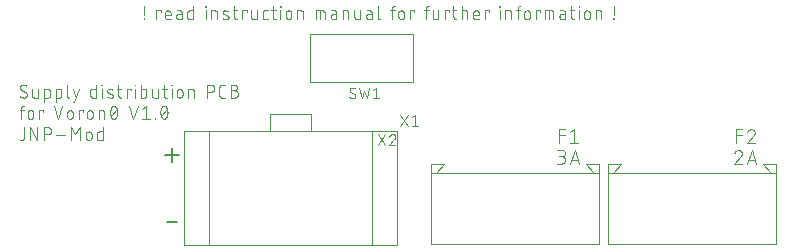
<source format=gbr>
G04 EAGLE Gerber RS-274X export*
G75*
%MOMM*%
%FSLAX34Y34*%
%LPD*%
%INSilkscreen Top*%
%IPPOS*%
%AMOC8*
5,1,8,0,0,1.08239X$1,22.5*%
G01*
%ADD10C,0.101600*%
%ADD11C,0.152400*%
%ADD12C,0.100000*%
%ADD13C,0.076200*%


D10*
X109169Y21508D02*
X109265Y21510D01*
X109361Y21516D01*
X109456Y21525D01*
X109551Y21538D01*
X109645Y21555D01*
X109739Y21575D01*
X109832Y21600D01*
X109923Y21627D01*
X110014Y21659D01*
X110103Y21694D01*
X110191Y21732D01*
X110277Y21774D01*
X110362Y21819D01*
X110444Y21868D01*
X110525Y21919D01*
X110604Y21974D01*
X110680Y22032D01*
X110754Y22093D01*
X110826Y22157D01*
X110895Y22223D01*
X110961Y22292D01*
X111025Y22364D01*
X111086Y22438D01*
X111144Y22514D01*
X111199Y22593D01*
X111250Y22674D01*
X111299Y22756D01*
X111344Y22841D01*
X111386Y22927D01*
X111424Y23015D01*
X111459Y23104D01*
X111491Y23195D01*
X111518Y23286D01*
X111543Y23379D01*
X111563Y23473D01*
X111580Y23567D01*
X111593Y23662D01*
X111602Y23757D01*
X111608Y23853D01*
X111610Y23949D01*
X109169Y21508D02*
X109029Y21510D01*
X108888Y21516D01*
X108748Y21525D01*
X108609Y21539D01*
X108469Y21556D01*
X108330Y21577D01*
X108192Y21601D01*
X108055Y21630D01*
X107918Y21662D01*
X107782Y21698D01*
X107648Y21738D01*
X107514Y21781D01*
X107382Y21828D01*
X107251Y21878D01*
X107121Y21932D01*
X106993Y21990D01*
X106867Y22051D01*
X106742Y22115D01*
X106619Y22183D01*
X106498Y22254D01*
X106379Y22328D01*
X106262Y22406D01*
X106147Y22486D01*
X106035Y22570D01*
X105924Y22657D01*
X105816Y22747D01*
X105711Y22840D01*
X105608Y22935D01*
X105508Y23033D01*
X105813Y30051D02*
X105815Y30147D01*
X105821Y30243D01*
X105830Y30338D01*
X105843Y30433D01*
X105860Y30527D01*
X105880Y30621D01*
X105905Y30714D01*
X105932Y30805D01*
X105964Y30896D01*
X105999Y30985D01*
X106037Y31073D01*
X106079Y31159D01*
X106124Y31244D01*
X106173Y31326D01*
X106224Y31407D01*
X106279Y31486D01*
X106337Y31562D01*
X106398Y31636D01*
X106462Y31708D01*
X106528Y31777D01*
X106597Y31843D01*
X106669Y31907D01*
X106743Y31968D01*
X106819Y32026D01*
X106898Y32081D01*
X106979Y32132D01*
X107061Y32181D01*
X107146Y32226D01*
X107232Y32268D01*
X107320Y32306D01*
X107409Y32341D01*
X107500Y32373D01*
X107591Y32400D01*
X107684Y32425D01*
X107778Y32445D01*
X107872Y32462D01*
X107967Y32475D01*
X108063Y32484D01*
X108158Y32490D01*
X108254Y32492D01*
X108388Y32490D01*
X108522Y32484D01*
X108655Y32474D01*
X108788Y32461D01*
X108921Y32443D01*
X109053Y32422D01*
X109185Y32396D01*
X109315Y32367D01*
X109445Y32334D01*
X109574Y32298D01*
X109701Y32257D01*
X109828Y32213D01*
X109953Y32165D01*
X110076Y32114D01*
X110198Y32058D01*
X110319Y32000D01*
X110437Y31938D01*
X110554Y31872D01*
X110669Y31803D01*
X110781Y31731D01*
X110892Y31655D01*
X111000Y31577D01*
X107033Y27915D02*
X106949Y27967D01*
X106867Y28022D01*
X106787Y28081D01*
X106710Y28143D01*
X106635Y28207D01*
X106563Y28275D01*
X106493Y28345D01*
X106426Y28419D01*
X106363Y28494D01*
X106302Y28573D01*
X106245Y28653D01*
X106190Y28736D01*
X106140Y28821D01*
X106092Y28908D01*
X106048Y28997D01*
X106008Y29087D01*
X105971Y29179D01*
X105938Y29272D01*
X105909Y29367D01*
X105884Y29463D01*
X105862Y29559D01*
X105845Y29657D01*
X105831Y29755D01*
X105821Y29853D01*
X105815Y29952D01*
X105813Y30051D01*
X110390Y26085D02*
X110474Y26033D01*
X110556Y25978D01*
X110636Y25919D01*
X110713Y25857D01*
X110788Y25793D01*
X110860Y25725D01*
X110930Y25655D01*
X110997Y25581D01*
X111060Y25506D01*
X111121Y25427D01*
X111178Y25347D01*
X111233Y25264D01*
X111283Y25179D01*
X111331Y25092D01*
X111375Y25003D01*
X111415Y24913D01*
X111452Y24821D01*
X111485Y24728D01*
X111514Y24633D01*
X111539Y24537D01*
X111561Y24441D01*
X111578Y24343D01*
X111592Y24245D01*
X111602Y24147D01*
X111608Y24048D01*
X111610Y23949D01*
X110390Y26085D02*
X107034Y27915D01*
X116198Y28831D02*
X116198Y23339D01*
X116200Y23254D01*
X116206Y23170D01*
X116216Y23086D01*
X116229Y23003D01*
X116247Y22920D01*
X116268Y22838D01*
X116293Y22757D01*
X116322Y22678D01*
X116354Y22599D01*
X116390Y22523D01*
X116429Y22448D01*
X116472Y22375D01*
X116518Y22304D01*
X116568Y22236D01*
X116620Y22169D01*
X116676Y22105D01*
X116734Y22044D01*
X116795Y21986D01*
X116859Y21930D01*
X116926Y21878D01*
X116994Y21828D01*
X117065Y21782D01*
X117138Y21739D01*
X117213Y21700D01*
X117289Y21664D01*
X117368Y21632D01*
X117447Y21603D01*
X117528Y21578D01*
X117610Y21557D01*
X117693Y21539D01*
X117776Y21526D01*
X117860Y21516D01*
X117944Y21510D01*
X118029Y21508D01*
X121080Y21508D01*
X121080Y28831D01*
X126335Y28831D02*
X126335Y17847D01*
X126335Y28831D02*
X129387Y28831D01*
X129472Y28829D01*
X129556Y28823D01*
X129640Y28813D01*
X129723Y28800D01*
X129806Y28782D01*
X129888Y28761D01*
X129969Y28736D01*
X130048Y28707D01*
X130127Y28675D01*
X130203Y28639D01*
X130278Y28600D01*
X130351Y28557D01*
X130422Y28511D01*
X130490Y28461D01*
X130557Y28409D01*
X130621Y28353D01*
X130682Y28295D01*
X130740Y28234D01*
X130796Y28170D01*
X130848Y28103D01*
X130898Y28035D01*
X130944Y27964D01*
X130987Y27891D01*
X131026Y27816D01*
X131062Y27740D01*
X131094Y27661D01*
X131123Y27582D01*
X131148Y27501D01*
X131169Y27419D01*
X131187Y27336D01*
X131200Y27253D01*
X131210Y27169D01*
X131216Y27085D01*
X131218Y27000D01*
X131217Y27000D02*
X131217Y23339D01*
X131218Y23339D02*
X131216Y23254D01*
X131210Y23170D01*
X131200Y23086D01*
X131187Y23003D01*
X131169Y22920D01*
X131148Y22838D01*
X131123Y22757D01*
X131094Y22678D01*
X131062Y22599D01*
X131026Y22523D01*
X130987Y22448D01*
X130944Y22375D01*
X130898Y22304D01*
X130848Y22236D01*
X130796Y22169D01*
X130740Y22105D01*
X130682Y22044D01*
X130621Y21986D01*
X130557Y21930D01*
X130490Y21878D01*
X130422Y21828D01*
X130351Y21782D01*
X130278Y21739D01*
X130203Y21700D01*
X130127Y21664D01*
X130048Y21632D01*
X129969Y21603D01*
X129888Y21578D01*
X129806Y21557D01*
X129723Y21539D01*
X129640Y21526D01*
X129556Y21516D01*
X129472Y21510D01*
X129387Y21508D01*
X126335Y21508D01*
X136055Y17847D02*
X136055Y28831D01*
X139107Y28831D01*
X139192Y28829D01*
X139276Y28823D01*
X139360Y28813D01*
X139443Y28800D01*
X139526Y28782D01*
X139608Y28761D01*
X139689Y28736D01*
X139768Y28707D01*
X139847Y28675D01*
X139923Y28639D01*
X139998Y28600D01*
X140071Y28557D01*
X140142Y28511D01*
X140210Y28461D01*
X140277Y28409D01*
X140341Y28353D01*
X140402Y28295D01*
X140460Y28234D01*
X140516Y28170D01*
X140568Y28103D01*
X140618Y28035D01*
X140664Y27964D01*
X140707Y27891D01*
X140746Y27816D01*
X140782Y27740D01*
X140814Y27661D01*
X140843Y27582D01*
X140868Y27501D01*
X140889Y27419D01*
X140907Y27336D01*
X140920Y27253D01*
X140930Y27169D01*
X140936Y27085D01*
X140938Y27000D01*
X140937Y27000D02*
X140937Y23339D01*
X140938Y23339D02*
X140936Y23254D01*
X140930Y23170D01*
X140920Y23086D01*
X140907Y23003D01*
X140889Y22920D01*
X140868Y22838D01*
X140843Y22757D01*
X140814Y22678D01*
X140782Y22599D01*
X140746Y22523D01*
X140707Y22448D01*
X140664Y22375D01*
X140618Y22304D01*
X140568Y22236D01*
X140516Y22169D01*
X140460Y22105D01*
X140402Y22044D01*
X140341Y21986D01*
X140277Y21930D01*
X140210Y21878D01*
X140142Y21828D01*
X140071Y21782D01*
X139998Y21739D01*
X139923Y21700D01*
X139847Y21664D01*
X139768Y21632D01*
X139689Y21603D01*
X139608Y21578D01*
X139526Y21557D01*
X139443Y21539D01*
X139360Y21526D01*
X139276Y21516D01*
X139192Y21510D01*
X139107Y21508D01*
X136055Y21508D01*
X145493Y23339D02*
X145493Y32492D01*
X145493Y23339D02*
X145495Y23254D01*
X145501Y23170D01*
X145511Y23086D01*
X145524Y23003D01*
X145542Y22920D01*
X145563Y22838D01*
X145588Y22757D01*
X145617Y22678D01*
X145649Y22599D01*
X145685Y22523D01*
X145724Y22448D01*
X145767Y22375D01*
X145813Y22304D01*
X145863Y22236D01*
X145915Y22169D01*
X145971Y22105D01*
X146029Y22044D01*
X146090Y21986D01*
X146154Y21930D01*
X146221Y21878D01*
X146289Y21828D01*
X146360Y21782D01*
X146433Y21739D01*
X146508Y21700D01*
X146584Y21664D01*
X146663Y21632D01*
X146742Y21603D01*
X146823Y21578D01*
X146905Y21557D01*
X146988Y21539D01*
X147071Y21526D01*
X147155Y21516D01*
X147239Y21510D01*
X147324Y21508D01*
X150758Y17847D02*
X151979Y17847D01*
X155640Y28831D01*
X150758Y28831D02*
X153199Y21508D01*
X170343Y21508D02*
X170343Y32492D01*
X170343Y21508D02*
X167292Y21508D01*
X167207Y21510D01*
X167123Y21516D01*
X167039Y21526D01*
X166956Y21539D01*
X166873Y21557D01*
X166791Y21578D01*
X166710Y21603D01*
X166631Y21632D01*
X166552Y21664D01*
X166476Y21700D01*
X166401Y21739D01*
X166328Y21782D01*
X166257Y21828D01*
X166189Y21878D01*
X166122Y21930D01*
X166058Y21986D01*
X165997Y22044D01*
X165939Y22105D01*
X165883Y22169D01*
X165831Y22236D01*
X165781Y22304D01*
X165735Y22375D01*
X165692Y22448D01*
X165653Y22523D01*
X165617Y22599D01*
X165585Y22678D01*
X165556Y22757D01*
X165531Y22838D01*
X165510Y22920D01*
X165492Y23003D01*
X165479Y23086D01*
X165469Y23170D01*
X165463Y23254D01*
X165461Y23339D01*
X165461Y27000D01*
X165460Y27000D02*
X165462Y27085D01*
X165468Y27169D01*
X165478Y27253D01*
X165491Y27336D01*
X165509Y27419D01*
X165530Y27501D01*
X165555Y27582D01*
X165584Y27661D01*
X165616Y27740D01*
X165652Y27816D01*
X165691Y27891D01*
X165734Y27964D01*
X165780Y28035D01*
X165830Y28103D01*
X165882Y28170D01*
X165938Y28234D01*
X165996Y28295D01*
X166057Y28353D01*
X166121Y28409D01*
X166188Y28461D01*
X166256Y28511D01*
X166327Y28557D01*
X166400Y28600D01*
X166475Y28639D01*
X166551Y28675D01*
X166630Y28707D01*
X166709Y28736D01*
X166790Y28761D01*
X166872Y28782D01*
X166955Y28800D01*
X167038Y28813D01*
X167122Y28823D01*
X167206Y28829D01*
X167291Y28831D01*
X167292Y28831D02*
X170343Y28831D01*
X175159Y28831D02*
X175159Y21508D01*
X174854Y31882D02*
X174854Y32492D01*
X175464Y32492D01*
X175464Y31882D01*
X174854Y31882D01*
X180473Y25780D02*
X183524Y24559D01*
X180473Y25780D02*
X180401Y25811D01*
X180331Y25846D01*
X180262Y25883D01*
X180196Y25925D01*
X180131Y25969D01*
X180069Y26017D01*
X180009Y26067D01*
X179952Y26121D01*
X179897Y26177D01*
X179846Y26236D01*
X179797Y26298D01*
X179751Y26362D01*
X179709Y26427D01*
X179670Y26495D01*
X179634Y26565D01*
X179602Y26637D01*
X179574Y26710D01*
X179549Y26784D01*
X179528Y26860D01*
X179510Y26936D01*
X179497Y27013D01*
X179487Y27091D01*
X179481Y27169D01*
X179479Y27248D01*
X179481Y27326D01*
X179487Y27404D01*
X179496Y27482D01*
X179510Y27559D01*
X179527Y27636D01*
X179548Y27711D01*
X179573Y27786D01*
X179601Y27859D01*
X179633Y27930D01*
X179669Y28000D01*
X179708Y28068D01*
X179750Y28134D01*
X179795Y28198D01*
X179844Y28260D01*
X179895Y28319D01*
X179950Y28375D01*
X180007Y28429D01*
X180067Y28480D01*
X180129Y28527D01*
X180193Y28572D01*
X180260Y28613D01*
X180329Y28651D01*
X180399Y28686D01*
X180471Y28717D01*
X180544Y28744D01*
X180619Y28768D01*
X180695Y28788D01*
X180772Y28804D01*
X180849Y28817D01*
X180927Y28825D01*
X181005Y28830D01*
X181084Y28831D01*
X181251Y28827D01*
X181417Y28819D01*
X181583Y28806D01*
X181749Y28790D01*
X181914Y28769D01*
X182079Y28745D01*
X182243Y28717D01*
X182407Y28685D01*
X182570Y28648D01*
X182731Y28608D01*
X182892Y28564D01*
X183052Y28517D01*
X183210Y28465D01*
X183367Y28410D01*
X183523Y28351D01*
X183677Y28288D01*
X183830Y28221D01*
X183525Y24559D02*
X183597Y24528D01*
X183667Y24493D01*
X183736Y24456D01*
X183802Y24414D01*
X183867Y24370D01*
X183929Y24322D01*
X183989Y24272D01*
X184046Y24218D01*
X184101Y24162D01*
X184152Y24103D01*
X184201Y24041D01*
X184247Y23977D01*
X184289Y23912D01*
X184328Y23844D01*
X184364Y23774D01*
X184396Y23702D01*
X184424Y23629D01*
X184449Y23555D01*
X184470Y23479D01*
X184488Y23403D01*
X184501Y23326D01*
X184511Y23248D01*
X184517Y23170D01*
X184519Y23091D01*
X184517Y23013D01*
X184511Y22935D01*
X184502Y22857D01*
X184488Y22780D01*
X184471Y22703D01*
X184450Y22628D01*
X184425Y22553D01*
X184397Y22480D01*
X184365Y22409D01*
X184329Y22339D01*
X184290Y22271D01*
X184248Y22205D01*
X184203Y22141D01*
X184154Y22079D01*
X184103Y22020D01*
X184048Y21964D01*
X183991Y21910D01*
X183931Y21859D01*
X183869Y21812D01*
X183805Y21767D01*
X183738Y21726D01*
X183669Y21688D01*
X183599Y21653D01*
X183527Y21622D01*
X183454Y21595D01*
X183379Y21571D01*
X183303Y21551D01*
X183226Y21535D01*
X183149Y21522D01*
X183071Y21514D01*
X182993Y21509D01*
X182914Y21508D01*
X182670Y21514D01*
X182425Y21527D01*
X182181Y21545D01*
X181937Y21568D01*
X181694Y21598D01*
X181452Y21633D01*
X181211Y21674D01*
X180970Y21721D01*
X180731Y21773D01*
X180493Y21831D01*
X180257Y21894D01*
X180022Y21963D01*
X179789Y22038D01*
X179558Y22118D01*
X187998Y28831D02*
X191660Y28831D01*
X189219Y32492D02*
X189219Y23339D01*
X189221Y23254D01*
X189227Y23170D01*
X189237Y23086D01*
X189250Y23003D01*
X189268Y22920D01*
X189289Y22838D01*
X189314Y22757D01*
X189343Y22678D01*
X189375Y22599D01*
X189411Y22523D01*
X189450Y22448D01*
X189493Y22375D01*
X189539Y22304D01*
X189589Y22236D01*
X189641Y22169D01*
X189697Y22105D01*
X189755Y22044D01*
X189816Y21986D01*
X189880Y21930D01*
X189947Y21878D01*
X190015Y21828D01*
X190086Y21782D01*
X190159Y21739D01*
X190234Y21700D01*
X190310Y21664D01*
X190389Y21632D01*
X190468Y21603D01*
X190549Y21578D01*
X190631Y21557D01*
X190714Y21539D01*
X190797Y21526D01*
X190881Y21516D01*
X190965Y21510D01*
X191050Y21508D01*
X191660Y21508D01*
X196183Y21508D02*
X196183Y28831D01*
X199844Y28831D01*
X199844Y27610D01*
X203239Y28831D02*
X203239Y21508D01*
X202934Y31882D02*
X202934Y32492D01*
X203544Y32492D01*
X203544Y31882D01*
X202934Y31882D01*
X208055Y32492D02*
X208055Y21508D01*
X211106Y21508D01*
X211191Y21510D01*
X211275Y21516D01*
X211359Y21526D01*
X211442Y21539D01*
X211525Y21557D01*
X211607Y21578D01*
X211688Y21603D01*
X211767Y21632D01*
X211846Y21664D01*
X211922Y21700D01*
X211997Y21739D01*
X212070Y21782D01*
X212141Y21828D01*
X212209Y21878D01*
X212276Y21930D01*
X212340Y21986D01*
X212401Y22044D01*
X212459Y22105D01*
X212515Y22169D01*
X212567Y22236D01*
X212617Y22304D01*
X212663Y22375D01*
X212706Y22448D01*
X212745Y22523D01*
X212781Y22599D01*
X212813Y22678D01*
X212842Y22757D01*
X212867Y22838D01*
X212888Y22920D01*
X212906Y23003D01*
X212919Y23086D01*
X212929Y23170D01*
X212935Y23254D01*
X212937Y23339D01*
X212937Y27000D01*
X212935Y27085D01*
X212929Y27169D01*
X212919Y27253D01*
X212906Y27336D01*
X212888Y27419D01*
X212867Y27501D01*
X212842Y27582D01*
X212813Y27661D01*
X212781Y27740D01*
X212745Y27816D01*
X212706Y27891D01*
X212663Y27964D01*
X212617Y28035D01*
X212567Y28103D01*
X212515Y28170D01*
X212459Y28234D01*
X212401Y28295D01*
X212340Y28353D01*
X212276Y28409D01*
X212209Y28461D01*
X212141Y28511D01*
X212070Y28557D01*
X211997Y28600D01*
X211922Y28639D01*
X211846Y28675D01*
X211767Y28707D01*
X211688Y28736D01*
X211607Y28761D01*
X211525Y28782D01*
X211442Y28800D01*
X211359Y28813D01*
X211275Y28823D01*
X211191Y28829D01*
X211106Y28831D01*
X208055Y28831D01*
X217718Y28831D02*
X217718Y23339D01*
X217720Y23254D01*
X217726Y23170D01*
X217736Y23086D01*
X217749Y23003D01*
X217767Y22920D01*
X217788Y22838D01*
X217813Y22757D01*
X217842Y22678D01*
X217874Y22599D01*
X217910Y22523D01*
X217949Y22448D01*
X217992Y22375D01*
X218038Y22304D01*
X218088Y22236D01*
X218140Y22169D01*
X218196Y22105D01*
X218254Y22044D01*
X218315Y21986D01*
X218379Y21930D01*
X218446Y21878D01*
X218514Y21828D01*
X218585Y21782D01*
X218658Y21739D01*
X218733Y21700D01*
X218809Y21664D01*
X218888Y21632D01*
X218967Y21603D01*
X219048Y21578D01*
X219130Y21557D01*
X219213Y21539D01*
X219296Y21526D01*
X219380Y21516D01*
X219464Y21510D01*
X219549Y21508D01*
X222600Y21508D01*
X222600Y28831D01*
X226518Y28831D02*
X230180Y28831D01*
X227739Y32492D02*
X227739Y23339D01*
X227738Y23339D02*
X227740Y23254D01*
X227746Y23170D01*
X227756Y23086D01*
X227769Y23003D01*
X227787Y22920D01*
X227808Y22838D01*
X227833Y22757D01*
X227862Y22678D01*
X227894Y22599D01*
X227930Y22523D01*
X227969Y22448D01*
X228012Y22375D01*
X228058Y22304D01*
X228108Y22236D01*
X228160Y22169D01*
X228216Y22105D01*
X228274Y22044D01*
X228335Y21986D01*
X228399Y21930D01*
X228466Y21878D01*
X228534Y21828D01*
X228605Y21782D01*
X228678Y21739D01*
X228753Y21700D01*
X228829Y21664D01*
X228908Y21632D01*
X228987Y21603D01*
X229068Y21578D01*
X229150Y21557D01*
X229233Y21539D01*
X229316Y21526D01*
X229400Y21516D01*
X229484Y21510D01*
X229569Y21508D01*
X230180Y21508D01*
X234199Y21508D02*
X234199Y28831D01*
X233894Y31882D02*
X233894Y32492D01*
X234504Y32492D01*
X234504Y31882D01*
X233894Y31882D01*
X238598Y26390D02*
X238598Y23949D01*
X238598Y26390D02*
X238600Y26487D01*
X238606Y26584D01*
X238615Y26681D01*
X238629Y26777D01*
X238646Y26872D01*
X238667Y26967D01*
X238692Y27061D01*
X238720Y27154D01*
X238753Y27245D01*
X238788Y27335D01*
X238828Y27424D01*
X238871Y27511D01*
X238917Y27596D01*
X238967Y27680D01*
X239020Y27761D01*
X239076Y27840D01*
X239135Y27917D01*
X239197Y27992D01*
X239262Y28064D01*
X239330Y28133D01*
X239401Y28200D01*
X239474Y28263D01*
X239550Y28324D01*
X239628Y28382D01*
X239708Y28436D01*
X239791Y28488D01*
X239875Y28536D01*
X239961Y28580D01*
X240049Y28621D01*
X240139Y28659D01*
X240230Y28693D01*
X240322Y28723D01*
X240415Y28750D01*
X240509Y28773D01*
X240605Y28792D01*
X240700Y28807D01*
X240797Y28819D01*
X240893Y28827D01*
X240990Y28831D01*
X241088Y28831D01*
X241185Y28827D01*
X241281Y28819D01*
X241378Y28807D01*
X241473Y28792D01*
X241569Y28773D01*
X241663Y28750D01*
X241756Y28723D01*
X241848Y28693D01*
X241939Y28659D01*
X242029Y28621D01*
X242117Y28580D01*
X242203Y28536D01*
X242287Y28488D01*
X242370Y28436D01*
X242450Y28382D01*
X242528Y28324D01*
X242604Y28263D01*
X242677Y28200D01*
X242748Y28133D01*
X242816Y28064D01*
X242881Y27992D01*
X242943Y27917D01*
X243002Y27840D01*
X243058Y27761D01*
X243111Y27680D01*
X243161Y27596D01*
X243207Y27511D01*
X243250Y27424D01*
X243290Y27335D01*
X243325Y27245D01*
X243358Y27154D01*
X243386Y27061D01*
X243411Y26967D01*
X243432Y26872D01*
X243449Y26777D01*
X243463Y26681D01*
X243472Y26584D01*
X243478Y26487D01*
X243480Y26390D01*
X243480Y23949D01*
X243478Y23852D01*
X243472Y23755D01*
X243463Y23658D01*
X243449Y23562D01*
X243432Y23467D01*
X243411Y23372D01*
X243386Y23278D01*
X243358Y23185D01*
X243325Y23094D01*
X243290Y23004D01*
X243250Y22915D01*
X243207Y22828D01*
X243161Y22743D01*
X243111Y22659D01*
X243058Y22578D01*
X243002Y22499D01*
X242943Y22422D01*
X242881Y22347D01*
X242816Y22275D01*
X242748Y22206D01*
X242677Y22139D01*
X242604Y22076D01*
X242528Y22015D01*
X242450Y21957D01*
X242370Y21903D01*
X242287Y21851D01*
X242203Y21803D01*
X242117Y21759D01*
X242029Y21718D01*
X241939Y21680D01*
X241848Y21646D01*
X241756Y21616D01*
X241663Y21589D01*
X241569Y21566D01*
X241473Y21547D01*
X241378Y21532D01*
X241281Y21520D01*
X241185Y21512D01*
X241088Y21508D01*
X240990Y21508D01*
X240893Y21512D01*
X240797Y21520D01*
X240700Y21532D01*
X240605Y21547D01*
X240509Y21566D01*
X240415Y21589D01*
X240322Y21616D01*
X240230Y21646D01*
X240139Y21680D01*
X240049Y21718D01*
X239961Y21759D01*
X239875Y21803D01*
X239791Y21851D01*
X239708Y21903D01*
X239628Y21957D01*
X239550Y22015D01*
X239474Y22076D01*
X239401Y22139D01*
X239330Y22206D01*
X239262Y22275D01*
X239197Y22347D01*
X239135Y22422D01*
X239076Y22499D01*
X239020Y22578D01*
X238967Y22659D01*
X238917Y22743D01*
X238871Y22828D01*
X238828Y22915D01*
X238788Y23004D01*
X238753Y23094D01*
X238720Y23185D01*
X238692Y23278D01*
X238667Y23372D01*
X238646Y23467D01*
X238629Y23562D01*
X238615Y23658D01*
X238606Y23755D01*
X238600Y23852D01*
X238598Y23949D01*
X248318Y21508D02*
X248318Y28831D01*
X251369Y28831D01*
X251454Y28829D01*
X251538Y28823D01*
X251622Y28813D01*
X251705Y28800D01*
X251788Y28782D01*
X251870Y28761D01*
X251951Y28736D01*
X252030Y28707D01*
X252109Y28675D01*
X252185Y28639D01*
X252260Y28600D01*
X252333Y28557D01*
X252404Y28511D01*
X252472Y28461D01*
X252539Y28409D01*
X252603Y28353D01*
X252664Y28295D01*
X252722Y28234D01*
X252778Y28170D01*
X252830Y28103D01*
X252880Y28035D01*
X252926Y27964D01*
X252969Y27891D01*
X253008Y27816D01*
X253044Y27740D01*
X253076Y27661D01*
X253105Y27582D01*
X253130Y27501D01*
X253151Y27419D01*
X253169Y27336D01*
X253182Y27253D01*
X253192Y27169D01*
X253198Y27085D01*
X253200Y27000D01*
X253200Y21508D01*
X264432Y21508D02*
X264432Y32492D01*
X267483Y32492D01*
X267592Y32490D01*
X267701Y32484D01*
X267809Y32475D01*
X267917Y32461D01*
X268025Y32444D01*
X268132Y32422D01*
X268238Y32397D01*
X268343Y32368D01*
X268447Y32336D01*
X268549Y32300D01*
X268651Y32260D01*
X268750Y32216D01*
X268849Y32169D01*
X268945Y32119D01*
X269040Y32065D01*
X269132Y32008D01*
X269223Y31947D01*
X269311Y31883D01*
X269397Y31817D01*
X269481Y31747D01*
X269562Y31674D01*
X269640Y31598D01*
X269716Y31520D01*
X269789Y31439D01*
X269859Y31355D01*
X269925Y31269D01*
X269989Y31181D01*
X270050Y31090D01*
X270107Y30998D01*
X270161Y30903D01*
X270211Y30807D01*
X270258Y30708D01*
X270302Y30609D01*
X270342Y30507D01*
X270378Y30405D01*
X270410Y30301D01*
X270439Y30196D01*
X270464Y30090D01*
X270486Y29983D01*
X270503Y29875D01*
X270517Y29767D01*
X270526Y29659D01*
X270532Y29550D01*
X270534Y29441D01*
X270532Y29332D01*
X270526Y29223D01*
X270517Y29115D01*
X270503Y29007D01*
X270486Y28899D01*
X270464Y28792D01*
X270439Y28686D01*
X270410Y28581D01*
X270378Y28477D01*
X270342Y28375D01*
X270302Y28273D01*
X270258Y28174D01*
X270211Y28075D01*
X270161Y27979D01*
X270107Y27884D01*
X270050Y27792D01*
X269989Y27701D01*
X269925Y27613D01*
X269859Y27527D01*
X269789Y27443D01*
X269716Y27362D01*
X269640Y27284D01*
X269562Y27208D01*
X269481Y27135D01*
X269397Y27065D01*
X269311Y26999D01*
X269223Y26935D01*
X269132Y26874D01*
X269040Y26817D01*
X268945Y26763D01*
X268849Y26713D01*
X268750Y26666D01*
X268651Y26622D01*
X268549Y26582D01*
X268447Y26546D01*
X268343Y26514D01*
X268238Y26485D01*
X268132Y26460D01*
X268025Y26438D01*
X267917Y26421D01*
X267809Y26407D01*
X267701Y26398D01*
X267592Y26392D01*
X267483Y26390D01*
X264432Y26390D01*
X277116Y21508D02*
X279557Y21508D01*
X277116Y21508D02*
X277020Y21510D01*
X276924Y21516D01*
X276829Y21525D01*
X276734Y21538D01*
X276640Y21555D01*
X276546Y21575D01*
X276453Y21600D01*
X276362Y21627D01*
X276271Y21659D01*
X276182Y21694D01*
X276094Y21732D01*
X276008Y21774D01*
X275923Y21819D01*
X275841Y21868D01*
X275760Y21919D01*
X275681Y21974D01*
X275605Y22032D01*
X275531Y22093D01*
X275459Y22157D01*
X275390Y22223D01*
X275324Y22292D01*
X275260Y22364D01*
X275199Y22438D01*
X275141Y22514D01*
X275086Y22593D01*
X275035Y22674D01*
X274986Y22756D01*
X274941Y22841D01*
X274899Y22927D01*
X274861Y23015D01*
X274826Y23104D01*
X274794Y23195D01*
X274767Y23286D01*
X274742Y23379D01*
X274722Y23473D01*
X274705Y23567D01*
X274692Y23662D01*
X274683Y23757D01*
X274677Y23853D01*
X274675Y23949D01*
X274675Y30051D01*
X274677Y30149D01*
X274683Y30247D01*
X274693Y30345D01*
X274707Y30443D01*
X274724Y30539D01*
X274746Y30635D01*
X274771Y30730D01*
X274801Y30824D01*
X274834Y30917D01*
X274870Y31008D01*
X274911Y31097D01*
X274955Y31185D01*
X275002Y31271D01*
X275053Y31356D01*
X275107Y31438D01*
X275165Y31517D01*
X275225Y31595D01*
X275289Y31670D01*
X275356Y31742D01*
X275425Y31811D01*
X275497Y31878D01*
X275572Y31942D01*
X275650Y32002D01*
X275729Y32060D01*
X275811Y32114D01*
X275895Y32165D01*
X275982Y32212D01*
X276070Y32256D01*
X276159Y32297D01*
X276250Y32333D01*
X276343Y32366D01*
X276437Y32396D01*
X276532Y32421D01*
X276628Y32443D01*
X276724Y32460D01*
X276822Y32474D01*
X276920Y32484D01*
X277018Y32490D01*
X277116Y32492D01*
X279557Y32492D01*
X284232Y27610D02*
X287283Y27610D01*
X287392Y27608D01*
X287501Y27602D01*
X287609Y27593D01*
X287717Y27579D01*
X287825Y27562D01*
X287932Y27540D01*
X288038Y27515D01*
X288143Y27486D01*
X288247Y27454D01*
X288349Y27418D01*
X288451Y27378D01*
X288550Y27334D01*
X288649Y27287D01*
X288745Y27237D01*
X288840Y27183D01*
X288932Y27126D01*
X289023Y27065D01*
X289111Y27001D01*
X289197Y26935D01*
X289281Y26865D01*
X289362Y26792D01*
X289440Y26716D01*
X289516Y26638D01*
X289589Y26557D01*
X289659Y26473D01*
X289725Y26387D01*
X289789Y26299D01*
X289850Y26208D01*
X289907Y26116D01*
X289961Y26021D01*
X290011Y25925D01*
X290058Y25826D01*
X290102Y25727D01*
X290142Y25625D01*
X290178Y25523D01*
X290210Y25419D01*
X290239Y25314D01*
X290264Y25208D01*
X290286Y25101D01*
X290303Y24993D01*
X290317Y24885D01*
X290326Y24777D01*
X290332Y24668D01*
X290334Y24559D01*
X290332Y24450D01*
X290326Y24341D01*
X290317Y24233D01*
X290303Y24125D01*
X290286Y24017D01*
X290264Y23910D01*
X290239Y23804D01*
X290210Y23699D01*
X290178Y23595D01*
X290142Y23493D01*
X290102Y23391D01*
X290058Y23292D01*
X290011Y23193D01*
X289961Y23097D01*
X289907Y23002D01*
X289850Y22910D01*
X289789Y22819D01*
X289725Y22731D01*
X289659Y22645D01*
X289589Y22561D01*
X289516Y22480D01*
X289440Y22402D01*
X289362Y22326D01*
X289281Y22253D01*
X289197Y22183D01*
X289111Y22117D01*
X289023Y22053D01*
X288932Y21992D01*
X288840Y21935D01*
X288745Y21881D01*
X288649Y21831D01*
X288550Y21784D01*
X288451Y21740D01*
X288349Y21700D01*
X288247Y21664D01*
X288143Y21632D01*
X288038Y21603D01*
X287932Y21578D01*
X287825Y21556D01*
X287717Y21539D01*
X287609Y21525D01*
X287501Y21516D01*
X287392Y21510D01*
X287283Y21508D01*
X284232Y21508D01*
X284232Y32492D01*
X287283Y32492D01*
X287380Y32490D01*
X287477Y32484D01*
X287574Y32475D01*
X287670Y32461D01*
X287765Y32444D01*
X287860Y32423D01*
X287954Y32398D01*
X288047Y32370D01*
X288138Y32337D01*
X288228Y32302D01*
X288317Y32262D01*
X288404Y32219D01*
X288489Y32173D01*
X288573Y32123D01*
X288654Y32070D01*
X288733Y32014D01*
X288810Y31955D01*
X288885Y31893D01*
X288957Y31828D01*
X289026Y31760D01*
X289093Y31689D01*
X289156Y31616D01*
X289217Y31540D01*
X289275Y31462D01*
X289329Y31382D01*
X289381Y31299D01*
X289429Y31215D01*
X289473Y31129D01*
X289514Y31041D01*
X289552Y30951D01*
X289586Y30860D01*
X289616Y30768D01*
X289643Y30675D01*
X289666Y30581D01*
X289685Y30485D01*
X289700Y30390D01*
X289712Y30293D01*
X289720Y30197D01*
X289724Y30100D01*
X289724Y30002D01*
X289720Y29905D01*
X289712Y29809D01*
X289700Y29712D01*
X289685Y29617D01*
X289666Y29521D01*
X289643Y29427D01*
X289616Y29334D01*
X289586Y29242D01*
X289552Y29151D01*
X289514Y29061D01*
X289473Y28973D01*
X289429Y28887D01*
X289381Y28803D01*
X289329Y28720D01*
X289275Y28640D01*
X289217Y28562D01*
X289156Y28486D01*
X289093Y28413D01*
X289026Y28342D01*
X288957Y28274D01*
X288885Y28209D01*
X288810Y28147D01*
X288733Y28088D01*
X288654Y28032D01*
X288573Y27979D01*
X288489Y27929D01*
X288404Y27883D01*
X288317Y27840D01*
X288228Y27800D01*
X288138Y27765D01*
X288047Y27732D01*
X287954Y27704D01*
X287860Y27679D01*
X287765Y27658D01*
X287670Y27641D01*
X287574Y27627D01*
X287477Y27618D01*
X287380Y27612D01*
X287283Y27610D01*
X106728Y12661D02*
X106728Y3508D01*
X106728Y12661D02*
X106730Y12746D01*
X106736Y12830D01*
X106746Y12914D01*
X106759Y12997D01*
X106777Y13080D01*
X106798Y13162D01*
X106823Y13243D01*
X106852Y13322D01*
X106884Y13401D01*
X106920Y13477D01*
X106959Y13552D01*
X107002Y13625D01*
X107048Y13696D01*
X107098Y13764D01*
X107150Y13831D01*
X107206Y13895D01*
X107264Y13956D01*
X107325Y14014D01*
X107389Y14070D01*
X107456Y14122D01*
X107524Y14172D01*
X107595Y14218D01*
X107668Y14261D01*
X107743Y14300D01*
X107819Y14336D01*
X107898Y14368D01*
X107977Y14397D01*
X108058Y14422D01*
X108140Y14443D01*
X108223Y14461D01*
X108306Y14474D01*
X108390Y14484D01*
X108474Y14490D01*
X108559Y14492D01*
X109169Y14492D01*
X109169Y10831D02*
X105508Y10831D01*
X112260Y8390D02*
X112260Y5949D01*
X112260Y8390D02*
X112262Y8487D01*
X112268Y8584D01*
X112277Y8681D01*
X112291Y8777D01*
X112308Y8872D01*
X112329Y8967D01*
X112354Y9061D01*
X112382Y9154D01*
X112415Y9245D01*
X112450Y9335D01*
X112490Y9424D01*
X112533Y9511D01*
X112579Y9596D01*
X112629Y9680D01*
X112682Y9761D01*
X112738Y9840D01*
X112797Y9917D01*
X112859Y9992D01*
X112924Y10064D01*
X112992Y10133D01*
X113063Y10200D01*
X113136Y10263D01*
X113212Y10324D01*
X113290Y10382D01*
X113370Y10436D01*
X113453Y10488D01*
X113537Y10536D01*
X113623Y10580D01*
X113711Y10621D01*
X113801Y10659D01*
X113892Y10693D01*
X113984Y10723D01*
X114077Y10750D01*
X114171Y10773D01*
X114267Y10792D01*
X114362Y10807D01*
X114459Y10819D01*
X114555Y10827D01*
X114652Y10831D01*
X114750Y10831D01*
X114847Y10827D01*
X114943Y10819D01*
X115040Y10807D01*
X115135Y10792D01*
X115231Y10773D01*
X115325Y10750D01*
X115418Y10723D01*
X115510Y10693D01*
X115601Y10659D01*
X115691Y10621D01*
X115779Y10580D01*
X115865Y10536D01*
X115949Y10488D01*
X116032Y10436D01*
X116112Y10382D01*
X116190Y10324D01*
X116266Y10263D01*
X116339Y10200D01*
X116410Y10133D01*
X116478Y10064D01*
X116543Y9992D01*
X116605Y9917D01*
X116664Y9840D01*
X116720Y9761D01*
X116773Y9680D01*
X116823Y9596D01*
X116869Y9511D01*
X116912Y9424D01*
X116952Y9335D01*
X116987Y9245D01*
X117020Y9154D01*
X117048Y9061D01*
X117073Y8967D01*
X117094Y8872D01*
X117111Y8777D01*
X117125Y8681D01*
X117134Y8584D01*
X117140Y8487D01*
X117142Y8390D01*
X117142Y5949D01*
X117140Y5852D01*
X117134Y5755D01*
X117125Y5658D01*
X117111Y5562D01*
X117094Y5467D01*
X117073Y5372D01*
X117048Y5278D01*
X117020Y5185D01*
X116987Y5094D01*
X116952Y5004D01*
X116912Y4915D01*
X116869Y4828D01*
X116823Y4743D01*
X116773Y4659D01*
X116720Y4578D01*
X116664Y4499D01*
X116605Y4422D01*
X116543Y4347D01*
X116478Y4275D01*
X116410Y4206D01*
X116339Y4139D01*
X116266Y4076D01*
X116190Y4015D01*
X116112Y3957D01*
X116032Y3903D01*
X115949Y3851D01*
X115865Y3803D01*
X115779Y3759D01*
X115691Y3718D01*
X115601Y3680D01*
X115510Y3646D01*
X115418Y3616D01*
X115325Y3589D01*
X115231Y3566D01*
X115135Y3547D01*
X115040Y3532D01*
X114943Y3520D01*
X114847Y3512D01*
X114750Y3508D01*
X114652Y3508D01*
X114555Y3512D01*
X114459Y3520D01*
X114362Y3532D01*
X114267Y3547D01*
X114171Y3566D01*
X114077Y3589D01*
X113984Y3616D01*
X113892Y3646D01*
X113801Y3680D01*
X113711Y3718D01*
X113623Y3759D01*
X113537Y3803D01*
X113453Y3851D01*
X113370Y3903D01*
X113290Y3957D01*
X113212Y4015D01*
X113136Y4076D01*
X113063Y4139D01*
X112992Y4206D01*
X112924Y4275D01*
X112859Y4347D01*
X112797Y4422D01*
X112738Y4499D01*
X112682Y4578D01*
X112629Y4659D01*
X112579Y4743D01*
X112533Y4828D01*
X112490Y4915D01*
X112450Y5004D01*
X112415Y5094D01*
X112382Y5185D01*
X112354Y5278D01*
X112329Y5372D01*
X112308Y5467D01*
X112291Y5562D01*
X112277Y5658D01*
X112268Y5755D01*
X112262Y5852D01*
X112260Y5949D01*
X122045Y3508D02*
X122045Y10831D01*
X125706Y10831D01*
X125706Y9610D01*
X134440Y14492D02*
X138101Y3508D01*
X141762Y14492D01*
X145740Y8390D02*
X145740Y5949D01*
X145740Y8390D02*
X145742Y8487D01*
X145748Y8584D01*
X145757Y8681D01*
X145771Y8777D01*
X145788Y8872D01*
X145809Y8967D01*
X145834Y9061D01*
X145862Y9154D01*
X145895Y9245D01*
X145930Y9335D01*
X145970Y9424D01*
X146013Y9511D01*
X146059Y9596D01*
X146109Y9680D01*
X146162Y9761D01*
X146218Y9840D01*
X146277Y9917D01*
X146339Y9992D01*
X146404Y10064D01*
X146472Y10133D01*
X146543Y10200D01*
X146616Y10263D01*
X146692Y10324D01*
X146770Y10382D01*
X146850Y10436D01*
X146933Y10488D01*
X147017Y10536D01*
X147103Y10580D01*
X147191Y10621D01*
X147281Y10659D01*
X147372Y10693D01*
X147464Y10723D01*
X147557Y10750D01*
X147651Y10773D01*
X147747Y10792D01*
X147842Y10807D01*
X147939Y10819D01*
X148035Y10827D01*
X148132Y10831D01*
X148230Y10831D01*
X148327Y10827D01*
X148423Y10819D01*
X148520Y10807D01*
X148615Y10792D01*
X148711Y10773D01*
X148805Y10750D01*
X148898Y10723D01*
X148990Y10693D01*
X149081Y10659D01*
X149171Y10621D01*
X149259Y10580D01*
X149345Y10536D01*
X149429Y10488D01*
X149512Y10436D01*
X149592Y10382D01*
X149670Y10324D01*
X149746Y10263D01*
X149819Y10200D01*
X149890Y10133D01*
X149958Y10064D01*
X150023Y9992D01*
X150085Y9917D01*
X150144Y9840D01*
X150200Y9761D01*
X150253Y9680D01*
X150303Y9596D01*
X150349Y9511D01*
X150392Y9424D01*
X150432Y9335D01*
X150467Y9245D01*
X150500Y9154D01*
X150528Y9061D01*
X150553Y8967D01*
X150574Y8872D01*
X150591Y8777D01*
X150605Y8681D01*
X150614Y8584D01*
X150620Y8487D01*
X150622Y8390D01*
X150622Y5949D01*
X150620Y5852D01*
X150614Y5755D01*
X150605Y5658D01*
X150591Y5562D01*
X150574Y5467D01*
X150553Y5372D01*
X150528Y5278D01*
X150500Y5185D01*
X150467Y5094D01*
X150432Y5004D01*
X150392Y4915D01*
X150349Y4828D01*
X150303Y4743D01*
X150253Y4659D01*
X150200Y4578D01*
X150144Y4499D01*
X150085Y4422D01*
X150023Y4347D01*
X149958Y4275D01*
X149890Y4206D01*
X149819Y4139D01*
X149746Y4076D01*
X149670Y4015D01*
X149592Y3957D01*
X149512Y3903D01*
X149429Y3851D01*
X149345Y3803D01*
X149259Y3759D01*
X149171Y3718D01*
X149081Y3680D01*
X148990Y3646D01*
X148898Y3616D01*
X148805Y3589D01*
X148711Y3566D01*
X148615Y3547D01*
X148520Y3532D01*
X148423Y3520D01*
X148327Y3512D01*
X148230Y3508D01*
X148132Y3508D01*
X148035Y3512D01*
X147939Y3520D01*
X147842Y3532D01*
X147747Y3547D01*
X147651Y3566D01*
X147557Y3589D01*
X147464Y3616D01*
X147372Y3646D01*
X147281Y3680D01*
X147191Y3718D01*
X147103Y3759D01*
X147017Y3803D01*
X146933Y3851D01*
X146850Y3903D01*
X146770Y3957D01*
X146692Y4015D01*
X146616Y4076D01*
X146543Y4139D01*
X146472Y4206D01*
X146404Y4275D01*
X146339Y4347D01*
X146277Y4422D01*
X146218Y4499D01*
X146162Y4578D01*
X146109Y4659D01*
X146059Y4743D01*
X146013Y4828D01*
X145970Y4915D01*
X145930Y5004D01*
X145895Y5094D01*
X145862Y5185D01*
X145834Y5278D01*
X145809Y5372D01*
X145788Y5467D01*
X145771Y5562D01*
X145757Y5658D01*
X145748Y5755D01*
X145742Y5852D01*
X145740Y5949D01*
X155525Y3508D02*
X155525Y10831D01*
X159186Y10831D01*
X159186Y9610D01*
X162660Y8390D02*
X162660Y5949D01*
X162660Y8390D02*
X162662Y8487D01*
X162668Y8584D01*
X162677Y8681D01*
X162691Y8777D01*
X162708Y8872D01*
X162729Y8967D01*
X162754Y9061D01*
X162782Y9154D01*
X162815Y9245D01*
X162850Y9335D01*
X162890Y9424D01*
X162933Y9511D01*
X162979Y9596D01*
X163029Y9680D01*
X163082Y9761D01*
X163138Y9840D01*
X163197Y9917D01*
X163259Y9992D01*
X163324Y10064D01*
X163392Y10133D01*
X163463Y10200D01*
X163536Y10263D01*
X163612Y10324D01*
X163690Y10382D01*
X163770Y10436D01*
X163853Y10488D01*
X163937Y10536D01*
X164023Y10580D01*
X164111Y10621D01*
X164201Y10659D01*
X164292Y10693D01*
X164384Y10723D01*
X164477Y10750D01*
X164571Y10773D01*
X164667Y10792D01*
X164762Y10807D01*
X164859Y10819D01*
X164955Y10827D01*
X165052Y10831D01*
X165150Y10831D01*
X165247Y10827D01*
X165343Y10819D01*
X165440Y10807D01*
X165535Y10792D01*
X165631Y10773D01*
X165725Y10750D01*
X165818Y10723D01*
X165910Y10693D01*
X166001Y10659D01*
X166091Y10621D01*
X166179Y10580D01*
X166265Y10536D01*
X166349Y10488D01*
X166432Y10436D01*
X166512Y10382D01*
X166590Y10324D01*
X166666Y10263D01*
X166739Y10200D01*
X166810Y10133D01*
X166878Y10064D01*
X166943Y9992D01*
X167005Y9917D01*
X167064Y9840D01*
X167120Y9761D01*
X167173Y9680D01*
X167223Y9596D01*
X167269Y9511D01*
X167312Y9424D01*
X167352Y9335D01*
X167387Y9245D01*
X167420Y9154D01*
X167448Y9061D01*
X167473Y8967D01*
X167494Y8872D01*
X167511Y8777D01*
X167525Y8681D01*
X167534Y8584D01*
X167540Y8487D01*
X167542Y8390D01*
X167542Y5949D01*
X167540Y5852D01*
X167534Y5755D01*
X167525Y5658D01*
X167511Y5562D01*
X167494Y5467D01*
X167473Y5372D01*
X167448Y5278D01*
X167420Y5185D01*
X167387Y5094D01*
X167352Y5004D01*
X167312Y4915D01*
X167269Y4828D01*
X167223Y4743D01*
X167173Y4659D01*
X167120Y4578D01*
X167064Y4499D01*
X167005Y4422D01*
X166943Y4347D01*
X166878Y4275D01*
X166810Y4206D01*
X166739Y4139D01*
X166666Y4076D01*
X166590Y4015D01*
X166512Y3957D01*
X166432Y3903D01*
X166349Y3851D01*
X166265Y3803D01*
X166179Y3759D01*
X166091Y3718D01*
X166001Y3680D01*
X165910Y3646D01*
X165818Y3616D01*
X165725Y3589D01*
X165631Y3566D01*
X165535Y3547D01*
X165440Y3532D01*
X165343Y3520D01*
X165247Y3512D01*
X165150Y3508D01*
X165052Y3508D01*
X164955Y3512D01*
X164859Y3520D01*
X164762Y3532D01*
X164667Y3547D01*
X164571Y3566D01*
X164477Y3589D01*
X164384Y3616D01*
X164292Y3646D01*
X164201Y3680D01*
X164111Y3718D01*
X164023Y3759D01*
X163937Y3803D01*
X163853Y3851D01*
X163770Y3903D01*
X163690Y3957D01*
X163612Y4015D01*
X163536Y4076D01*
X163463Y4139D01*
X163392Y4206D01*
X163324Y4275D01*
X163259Y4347D01*
X163197Y4422D01*
X163138Y4499D01*
X163082Y4578D01*
X163029Y4659D01*
X162979Y4743D01*
X162933Y4828D01*
X162890Y4915D01*
X162850Y5004D01*
X162815Y5094D01*
X162782Y5185D01*
X162754Y5278D01*
X162729Y5372D01*
X162708Y5467D01*
X162691Y5562D01*
X162677Y5658D01*
X162668Y5755D01*
X162662Y5852D01*
X162660Y5949D01*
X172380Y3508D02*
X172380Y10831D01*
X175431Y10831D01*
X175516Y10829D01*
X175600Y10823D01*
X175684Y10813D01*
X175767Y10800D01*
X175850Y10782D01*
X175932Y10761D01*
X176013Y10736D01*
X176092Y10707D01*
X176171Y10675D01*
X176247Y10639D01*
X176322Y10600D01*
X176395Y10557D01*
X176466Y10511D01*
X176534Y10461D01*
X176601Y10409D01*
X176665Y10353D01*
X176726Y10295D01*
X176784Y10234D01*
X176840Y10170D01*
X176892Y10103D01*
X176942Y10035D01*
X176988Y9964D01*
X177031Y9891D01*
X177070Y9816D01*
X177106Y9740D01*
X177138Y9661D01*
X177167Y9582D01*
X177192Y9501D01*
X177213Y9419D01*
X177231Y9336D01*
X177244Y9253D01*
X177254Y9169D01*
X177260Y9085D01*
X177262Y9000D01*
X177262Y3508D01*
X182210Y9000D02*
X182213Y9216D01*
X182220Y9432D01*
X182233Y9648D01*
X182251Y9863D01*
X182274Y10078D01*
X182303Y10292D01*
X182336Y10506D01*
X182375Y10718D01*
X182418Y10930D01*
X182467Y11141D01*
X182520Y11350D01*
X182579Y11558D01*
X182642Y11764D01*
X182711Y11969D01*
X182784Y12173D01*
X182862Y12374D01*
X182945Y12574D01*
X183033Y12771D01*
X183125Y12967D01*
X183125Y12966D02*
X183157Y13054D01*
X183193Y13140D01*
X183232Y13225D01*
X183275Y13308D01*
X183321Y13389D01*
X183370Y13468D01*
X183423Y13546D01*
X183479Y13620D01*
X183538Y13693D01*
X183599Y13763D01*
X183664Y13830D01*
X183731Y13895D01*
X183801Y13957D01*
X183874Y14016D01*
X183949Y14071D01*
X184026Y14124D01*
X184105Y14174D01*
X184186Y14220D01*
X184269Y14262D01*
X184354Y14302D01*
X184440Y14337D01*
X184528Y14370D01*
X184617Y14398D01*
X184707Y14423D01*
X184797Y14444D01*
X184889Y14461D01*
X184982Y14475D01*
X185074Y14484D01*
X185168Y14490D01*
X185261Y14492D01*
X185354Y14490D01*
X185448Y14484D01*
X185540Y14475D01*
X185633Y14461D01*
X185725Y14444D01*
X185815Y14423D01*
X185905Y14398D01*
X185994Y14370D01*
X186082Y14337D01*
X186168Y14302D01*
X186253Y14262D01*
X186336Y14220D01*
X186417Y14174D01*
X186496Y14124D01*
X186573Y14071D01*
X186648Y14016D01*
X186721Y13957D01*
X186791Y13895D01*
X186858Y13830D01*
X186923Y13763D01*
X186984Y13693D01*
X187043Y13620D01*
X187099Y13546D01*
X187152Y13468D01*
X187201Y13389D01*
X187247Y13308D01*
X187290Y13225D01*
X187329Y13140D01*
X187365Y13054D01*
X187397Y12966D01*
X187398Y12967D02*
X187490Y12771D01*
X187578Y12574D01*
X187661Y12374D01*
X187739Y12173D01*
X187812Y11969D01*
X187881Y11764D01*
X187944Y11558D01*
X188003Y11350D01*
X188056Y11141D01*
X188105Y10930D01*
X188148Y10718D01*
X188187Y10506D01*
X188220Y10292D01*
X188249Y10078D01*
X188272Y9863D01*
X188290Y9648D01*
X188303Y9432D01*
X188310Y9216D01*
X188313Y9000D01*
X182210Y9000D02*
X182213Y8784D01*
X182220Y8568D01*
X182233Y8352D01*
X182251Y8137D01*
X182274Y7922D01*
X182303Y7708D01*
X182336Y7494D01*
X182375Y7282D01*
X182418Y7070D01*
X182467Y6860D01*
X182520Y6650D01*
X182579Y6442D01*
X182642Y6236D01*
X182711Y6031D01*
X182784Y5827D01*
X182862Y5626D01*
X182945Y5426D01*
X183033Y5229D01*
X183125Y5034D01*
X183157Y4946D01*
X183193Y4860D01*
X183232Y4775D01*
X183275Y4692D01*
X183321Y4611D01*
X183370Y4532D01*
X183423Y4454D01*
X183479Y4380D01*
X183538Y4307D01*
X183599Y4237D01*
X183664Y4170D01*
X183731Y4105D01*
X183801Y4043D01*
X183874Y3984D01*
X183949Y3929D01*
X184026Y3876D01*
X184105Y3826D01*
X184186Y3780D01*
X184269Y3738D01*
X184354Y3698D01*
X184440Y3663D01*
X184528Y3630D01*
X184617Y3602D01*
X184707Y3577D01*
X184797Y3556D01*
X184889Y3539D01*
X184982Y3525D01*
X185074Y3516D01*
X185168Y3510D01*
X185261Y3508D01*
X187397Y5033D02*
X187489Y5229D01*
X187577Y5426D01*
X187660Y5626D01*
X187738Y5827D01*
X187811Y6031D01*
X187880Y6236D01*
X187943Y6442D01*
X188002Y6650D01*
X188055Y6859D01*
X188104Y7070D01*
X188147Y7282D01*
X188186Y7494D01*
X188219Y7708D01*
X188248Y7922D01*
X188271Y8137D01*
X188289Y8352D01*
X188302Y8568D01*
X188309Y8784D01*
X188312Y9000D01*
X187397Y5034D02*
X187365Y4946D01*
X187329Y4860D01*
X187290Y4775D01*
X187247Y4692D01*
X187201Y4611D01*
X187152Y4532D01*
X187099Y4454D01*
X187043Y4380D01*
X186984Y4307D01*
X186923Y4237D01*
X186858Y4170D01*
X186791Y4105D01*
X186721Y4043D01*
X186648Y3984D01*
X186573Y3929D01*
X186496Y3876D01*
X186417Y3826D01*
X186336Y3780D01*
X186253Y3738D01*
X186168Y3698D01*
X186082Y3663D01*
X185994Y3630D01*
X185905Y3602D01*
X185815Y3577D01*
X185725Y3556D01*
X185633Y3539D01*
X185540Y3525D01*
X185448Y3516D01*
X185354Y3510D01*
X185261Y3508D01*
X182820Y5949D02*
X187702Y12051D01*
X198160Y14492D02*
X201821Y3508D01*
X205482Y14492D01*
X209570Y12051D02*
X212621Y14492D01*
X212621Y3508D01*
X209570Y3508D02*
X215672Y3508D01*
X219876Y3508D02*
X219876Y4118D01*
X220486Y4118D01*
X220486Y3508D01*
X219876Y3508D01*
X224689Y9000D02*
X224692Y9216D01*
X224699Y9432D01*
X224712Y9648D01*
X224730Y9863D01*
X224753Y10078D01*
X224782Y10292D01*
X224815Y10506D01*
X224854Y10718D01*
X224897Y10930D01*
X224946Y11141D01*
X224999Y11350D01*
X225058Y11558D01*
X225121Y11764D01*
X225190Y11969D01*
X225263Y12173D01*
X225341Y12374D01*
X225424Y12574D01*
X225512Y12771D01*
X225604Y12967D01*
X225605Y12966D02*
X225637Y13054D01*
X225673Y13140D01*
X225712Y13225D01*
X225755Y13308D01*
X225801Y13389D01*
X225850Y13468D01*
X225903Y13546D01*
X225959Y13620D01*
X226018Y13693D01*
X226079Y13763D01*
X226144Y13830D01*
X226211Y13895D01*
X226281Y13957D01*
X226354Y14016D01*
X226429Y14071D01*
X226506Y14124D01*
X226585Y14174D01*
X226666Y14220D01*
X226749Y14262D01*
X226834Y14302D01*
X226920Y14337D01*
X227008Y14370D01*
X227097Y14398D01*
X227187Y14423D01*
X227277Y14444D01*
X227369Y14461D01*
X227462Y14475D01*
X227554Y14484D01*
X227648Y14490D01*
X227741Y14492D01*
X227834Y14490D01*
X227928Y14484D01*
X228020Y14475D01*
X228113Y14461D01*
X228205Y14444D01*
X228295Y14423D01*
X228385Y14398D01*
X228474Y14370D01*
X228562Y14337D01*
X228648Y14302D01*
X228733Y14262D01*
X228816Y14220D01*
X228897Y14174D01*
X228976Y14124D01*
X229053Y14071D01*
X229128Y14016D01*
X229201Y13957D01*
X229271Y13895D01*
X229338Y13830D01*
X229403Y13763D01*
X229464Y13693D01*
X229523Y13620D01*
X229579Y13546D01*
X229632Y13468D01*
X229681Y13389D01*
X229727Y13308D01*
X229770Y13225D01*
X229809Y13140D01*
X229845Y13054D01*
X229877Y12966D01*
X229877Y12967D02*
X229969Y12771D01*
X230057Y12574D01*
X230140Y12374D01*
X230218Y12173D01*
X230291Y11969D01*
X230360Y11764D01*
X230423Y11558D01*
X230482Y11350D01*
X230535Y11141D01*
X230584Y10930D01*
X230627Y10718D01*
X230666Y10506D01*
X230699Y10292D01*
X230728Y10078D01*
X230751Y9863D01*
X230769Y9648D01*
X230782Y9432D01*
X230789Y9216D01*
X230792Y9000D01*
X224690Y9000D02*
X224693Y8784D01*
X224700Y8568D01*
X224713Y8352D01*
X224731Y8137D01*
X224754Y7922D01*
X224783Y7708D01*
X224816Y7494D01*
X224855Y7282D01*
X224898Y7070D01*
X224947Y6860D01*
X225000Y6650D01*
X225059Y6442D01*
X225122Y6236D01*
X225191Y6031D01*
X225264Y5827D01*
X225342Y5626D01*
X225425Y5426D01*
X225513Y5229D01*
X225605Y5034D01*
X225637Y4946D01*
X225673Y4860D01*
X225712Y4775D01*
X225755Y4692D01*
X225801Y4611D01*
X225850Y4532D01*
X225903Y4454D01*
X225959Y4380D01*
X226018Y4307D01*
X226079Y4237D01*
X226144Y4170D01*
X226211Y4105D01*
X226281Y4043D01*
X226354Y3984D01*
X226429Y3929D01*
X226506Y3876D01*
X226585Y3826D01*
X226666Y3780D01*
X226749Y3738D01*
X226834Y3698D01*
X226920Y3663D01*
X227008Y3630D01*
X227097Y3602D01*
X227187Y3577D01*
X227277Y3556D01*
X227369Y3539D01*
X227462Y3525D01*
X227554Y3516D01*
X227648Y3510D01*
X227741Y3508D01*
X229877Y5033D02*
X229969Y5229D01*
X230057Y5426D01*
X230140Y5626D01*
X230218Y5827D01*
X230291Y6031D01*
X230360Y6236D01*
X230423Y6442D01*
X230482Y6650D01*
X230535Y6859D01*
X230584Y7070D01*
X230627Y7282D01*
X230666Y7494D01*
X230699Y7708D01*
X230728Y7922D01*
X230751Y8137D01*
X230769Y8352D01*
X230782Y8568D01*
X230789Y8784D01*
X230792Y9000D01*
X229877Y5034D02*
X229845Y4946D01*
X229809Y4860D01*
X229770Y4775D01*
X229727Y4692D01*
X229681Y4611D01*
X229632Y4532D01*
X229579Y4454D01*
X229523Y4380D01*
X229464Y4307D01*
X229403Y4237D01*
X229338Y4170D01*
X229271Y4105D01*
X229201Y4043D01*
X229128Y3984D01*
X229053Y3929D01*
X228976Y3876D01*
X228897Y3826D01*
X228816Y3780D01*
X228733Y3738D01*
X228648Y3698D01*
X228562Y3663D01*
X228474Y3630D01*
X228385Y3602D01*
X228295Y3577D01*
X228205Y3556D01*
X228113Y3539D01*
X228020Y3525D01*
X227928Y3516D01*
X227834Y3510D01*
X227741Y3508D01*
X225300Y5949D02*
X230182Y12051D01*
X109169Y-3508D02*
X109169Y-12051D01*
X109167Y-12147D01*
X109161Y-12243D01*
X109152Y-12338D01*
X109139Y-12433D01*
X109122Y-12527D01*
X109102Y-12621D01*
X109077Y-12714D01*
X109050Y-12805D01*
X109018Y-12896D01*
X108983Y-12985D01*
X108945Y-13073D01*
X108903Y-13159D01*
X108858Y-13244D01*
X108809Y-13326D01*
X108758Y-13407D01*
X108703Y-13486D01*
X108645Y-13562D01*
X108584Y-13636D01*
X108520Y-13708D01*
X108454Y-13777D01*
X108385Y-13843D01*
X108313Y-13907D01*
X108239Y-13968D01*
X108163Y-14026D01*
X108084Y-14081D01*
X108003Y-14132D01*
X107921Y-14181D01*
X107836Y-14226D01*
X107750Y-14268D01*
X107662Y-14306D01*
X107573Y-14341D01*
X107482Y-14373D01*
X107391Y-14400D01*
X107298Y-14425D01*
X107204Y-14445D01*
X107110Y-14462D01*
X107015Y-14475D01*
X106920Y-14484D01*
X106824Y-14490D01*
X106728Y-14492D01*
X105508Y-14492D01*
X114542Y-14492D02*
X114542Y-3508D01*
X120644Y-14492D01*
X120644Y-3508D01*
X126227Y-3508D02*
X126227Y-14492D01*
X126227Y-3508D02*
X129278Y-3508D01*
X129387Y-3510D01*
X129496Y-3516D01*
X129604Y-3525D01*
X129712Y-3539D01*
X129820Y-3556D01*
X129927Y-3578D01*
X130033Y-3603D01*
X130138Y-3632D01*
X130242Y-3664D01*
X130344Y-3700D01*
X130446Y-3740D01*
X130545Y-3784D01*
X130644Y-3831D01*
X130740Y-3881D01*
X130835Y-3935D01*
X130927Y-3992D01*
X131018Y-4053D01*
X131106Y-4117D01*
X131192Y-4183D01*
X131276Y-4253D01*
X131357Y-4326D01*
X131435Y-4402D01*
X131511Y-4480D01*
X131584Y-4561D01*
X131654Y-4645D01*
X131720Y-4731D01*
X131784Y-4819D01*
X131845Y-4910D01*
X131902Y-5002D01*
X131956Y-5097D01*
X132006Y-5193D01*
X132053Y-5292D01*
X132097Y-5391D01*
X132137Y-5493D01*
X132173Y-5595D01*
X132205Y-5699D01*
X132234Y-5804D01*
X132259Y-5910D01*
X132281Y-6017D01*
X132298Y-6125D01*
X132312Y-6233D01*
X132321Y-6341D01*
X132327Y-6450D01*
X132329Y-6559D01*
X132327Y-6668D01*
X132321Y-6777D01*
X132312Y-6885D01*
X132298Y-6993D01*
X132281Y-7101D01*
X132259Y-7208D01*
X132234Y-7314D01*
X132205Y-7419D01*
X132173Y-7523D01*
X132137Y-7625D01*
X132097Y-7727D01*
X132053Y-7826D01*
X132006Y-7925D01*
X131956Y-8021D01*
X131902Y-8116D01*
X131845Y-8208D01*
X131784Y-8299D01*
X131720Y-8387D01*
X131654Y-8473D01*
X131584Y-8557D01*
X131511Y-8638D01*
X131435Y-8716D01*
X131357Y-8792D01*
X131276Y-8865D01*
X131192Y-8935D01*
X131106Y-9001D01*
X131018Y-9065D01*
X130927Y-9126D01*
X130835Y-9183D01*
X130740Y-9237D01*
X130644Y-9287D01*
X130545Y-9334D01*
X130446Y-9378D01*
X130344Y-9418D01*
X130242Y-9454D01*
X130138Y-9486D01*
X130033Y-9515D01*
X129927Y-9540D01*
X129820Y-9562D01*
X129712Y-9579D01*
X129604Y-9593D01*
X129496Y-9602D01*
X129387Y-9608D01*
X129278Y-9610D01*
X126227Y-9610D01*
X136612Y-10220D02*
X143934Y-10220D01*
X149212Y-14492D02*
X149212Y-3508D01*
X152873Y-9610D01*
X156534Y-3508D01*
X156534Y-14492D01*
X161592Y-12051D02*
X161592Y-9610D01*
X161594Y-9513D01*
X161600Y-9416D01*
X161609Y-9319D01*
X161623Y-9223D01*
X161640Y-9128D01*
X161661Y-9033D01*
X161686Y-8939D01*
X161714Y-8846D01*
X161747Y-8755D01*
X161782Y-8665D01*
X161822Y-8576D01*
X161865Y-8489D01*
X161911Y-8404D01*
X161961Y-8320D01*
X162014Y-8239D01*
X162070Y-8160D01*
X162129Y-8083D01*
X162191Y-8008D01*
X162256Y-7936D01*
X162324Y-7867D01*
X162395Y-7800D01*
X162468Y-7737D01*
X162544Y-7676D01*
X162622Y-7618D01*
X162702Y-7564D01*
X162785Y-7512D01*
X162869Y-7464D01*
X162955Y-7420D01*
X163043Y-7379D01*
X163133Y-7341D01*
X163224Y-7307D01*
X163316Y-7277D01*
X163409Y-7250D01*
X163503Y-7227D01*
X163599Y-7208D01*
X163694Y-7193D01*
X163791Y-7181D01*
X163887Y-7173D01*
X163984Y-7169D01*
X164082Y-7169D01*
X164179Y-7173D01*
X164275Y-7181D01*
X164372Y-7193D01*
X164467Y-7208D01*
X164563Y-7227D01*
X164657Y-7250D01*
X164750Y-7277D01*
X164842Y-7307D01*
X164933Y-7341D01*
X165023Y-7379D01*
X165111Y-7420D01*
X165197Y-7464D01*
X165281Y-7512D01*
X165364Y-7564D01*
X165444Y-7618D01*
X165522Y-7676D01*
X165598Y-7737D01*
X165671Y-7800D01*
X165742Y-7867D01*
X165810Y-7936D01*
X165875Y-8008D01*
X165937Y-8083D01*
X165996Y-8160D01*
X166052Y-8239D01*
X166105Y-8320D01*
X166155Y-8404D01*
X166201Y-8489D01*
X166244Y-8576D01*
X166284Y-8665D01*
X166319Y-8755D01*
X166352Y-8846D01*
X166380Y-8939D01*
X166405Y-9033D01*
X166426Y-9128D01*
X166443Y-9223D01*
X166457Y-9319D01*
X166466Y-9416D01*
X166472Y-9513D01*
X166474Y-9610D01*
X166474Y-12051D01*
X166472Y-12148D01*
X166466Y-12245D01*
X166457Y-12342D01*
X166443Y-12438D01*
X166426Y-12533D01*
X166405Y-12628D01*
X166380Y-12722D01*
X166352Y-12815D01*
X166319Y-12906D01*
X166284Y-12996D01*
X166244Y-13085D01*
X166201Y-13172D01*
X166155Y-13257D01*
X166105Y-13341D01*
X166052Y-13422D01*
X165996Y-13501D01*
X165937Y-13578D01*
X165875Y-13653D01*
X165810Y-13725D01*
X165742Y-13794D01*
X165671Y-13861D01*
X165598Y-13924D01*
X165522Y-13985D01*
X165444Y-14043D01*
X165364Y-14097D01*
X165281Y-14149D01*
X165197Y-14197D01*
X165111Y-14241D01*
X165023Y-14282D01*
X164933Y-14320D01*
X164842Y-14354D01*
X164750Y-14384D01*
X164657Y-14411D01*
X164563Y-14434D01*
X164467Y-14453D01*
X164372Y-14468D01*
X164275Y-14480D01*
X164179Y-14488D01*
X164082Y-14492D01*
X163984Y-14492D01*
X163887Y-14488D01*
X163791Y-14480D01*
X163694Y-14468D01*
X163599Y-14453D01*
X163503Y-14434D01*
X163409Y-14411D01*
X163316Y-14384D01*
X163224Y-14354D01*
X163133Y-14320D01*
X163043Y-14282D01*
X162955Y-14241D01*
X162869Y-14197D01*
X162785Y-14149D01*
X162702Y-14097D01*
X162622Y-14043D01*
X162544Y-13985D01*
X162468Y-13924D01*
X162395Y-13861D01*
X162324Y-13794D01*
X162256Y-13725D01*
X162191Y-13653D01*
X162129Y-13578D01*
X162070Y-13501D01*
X162014Y-13422D01*
X161961Y-13341D01*
X161911Y-13257D01*
X161865Y-13172D01*
X161822Y-13085D01*
X161782Y-12996D01*
X161747Y-12906D01*
X161714Y-12815D01*
X161686Y-12722D01*
X161661Y-12628D01*
X161640Y-12533D01*
X161623Y-12438D01*
X161609Y-12342D01*
X161600Y-12245D01*
X161594Y-12148D01*
X161592Y-12051D01*
X175776Y-14492D02*
X175776Y-3508D01*
X175776Y-14492D02*
X172725Y-14492D01*
X172640Y-14490D01*
X172556Y-14484D01*
X172472Y-14474D01*
X172389Y-14461D01*
X172306Y-14443D01*
X172224Y-14422D01*
X172143Y-14397D01*
X172064Y-14368D01*
X171985Y-14336D01*
X171909Y-14300D01*
X171834Y-14261D01*
X171761Y-14218D01*
X171690Y-14172D01*
X171622Y-14122D01*
X171555Y-14070D01*
X171491Y-14014D01*
X171430Y-13956D01*
X171372Y-13895D01*
X171316Y-13831D01*
X171264Y-13764D01*
X171214Y-13696D01*
X171168Y-13625D01*
X171125Y-13552D01*
X171086Y-13477D01*
X171050Y-13401D01*
X171018Y-13322D01*
X170989Y-13243D01*
X170964Y-13162D01*
X170943Y-13080D01*
X170925Y-12997D01*
X170912Y-12914D01*
X170902Y-12830D01*
X170896Y-12746D01*
X170894Y-12661D01*
X170895Y-12661D02*
X170895Y-9000D01*
X170894Y-9000D02*
X170896Y-8915D01*
X170902Y-8831D01*
X170912Y-8747D01*
X170925Y-8664D01*
X170943Y-8581D01*
X170964Y-8499D01*
X170989Y-8418D01*
X171018Y-8339D01*
X171050Y-8260D01*
X171086Y-8184D01*
X171125Y-8109D01*
X171168Y-8036D01*
X171214Y-7965D01*
X171264Y-7897D01*
X171316Y-7830D01*
X171372Y-7766D01*
X171430Y-7705D01*
X171491Y-7647D01*
X171555Y-7591D01*
X171622Y-7539D01*
X171690Y-7489D01*
X171761Y-7443D01*
X171834Y-7400D01*
X171909Y-7361D01*
X171985Y-7325D01*
X172064Y-7293D01*
X172143Y-7264D01*
X172224Y-7239D01*
X172306Y-7218D01*
X172389Y-7200D01*
X172472Y-7187D01*
X172556Y-7177D01*
X172640Y-7171D01*
X172725Y-7169D01*
X175776Y-7169D01*
X210813Y91669D02*
X210813Y98992D01*
X210508Y88618D02*
X210508Y88008D01*
X210508Y88618D02*
X211118Y88618D01*
X211118Y88008D01*
X210508Y88008D01*
X221397Y88008D02*
X221397Y95331D01*
X225058Y95331D01*
X225058Y94110D01*
X230363Y88008D02*
X233414Y88008D01*
X230363Y88008D02*
X230278Y88010D01*
X230194Y88016D01*
X230110Y88026D01*
X230027Y88039D01*
X229944Y88057D01*
X229862Y88078D01*
X229781Y88103D01*
X229702Y88132D01*
X229623Y88164D01*
X229547Y88200D01*
X229472Y88239D01*
X229399Y88282D01*
X229328Y88328D01*
X229260Y88378D01*
X229193Y88430D01*
X229129Y88486D01*
X229068Y88544D01*
X229010Y88605D01*
X228954Y88669D01*
X228902Y88736D01*
X228852Y88804D01*
X228806Y88875D01*
X228763Y88948D01*
X228724Y89023D01*
X228688Y89099D01*
X228656Y89178D01*
X228627Y89257D01*
X228602Y89338D01*
X228581Y89420D01*
X228563Y89503D01*
X228550Y89586D01*
X228540Y89670D01*
X228534Y89754D01*
X228532Y89839D01*
X228532Y92890D01*
X228534Y92987D01*
X228540Y93084D01*
X228549Y93181D01*
X228563Y93277D01*
X228580Y93372D01*
X228601Y93467D01*
X228626Y93561D01*
X228654Y93654D01*
X228687Y93745D01*
X228722Y93835D01*
X228762Y93924D01*
X228805Y94011D01*
X228851Y94096D01*
X228901Y94180D01*
X228954Y94261D01*
X229010Y94340D01*
X229069Y94417D01*
X229131Y94492D01*
X229196Y94564D01*
X229264Y94633D01*
X229335Y94700D01*
X229408Y94763D01*
X229484Y94824D01*
X229562Y94882D01*
X229642Y94936D01*
X229725Y94988D01*
X229809Y95036D01*
X229895Y95080D01*
X229983Y95121D01*
X230073Y95159D01*
X230164Y95193D01*
X230256Y95223D01*
X230349Y95250D01*
X230443Y95273D01*
X230539Y95292D01*
X230634Y95307D01*
X230731Y95319D01*
X230827Y95327D01*
X230924Y95331D01*
X231022Y95331D01*
X231119Y95327D01*
X231215Y95319D01*
X231312Y95307D01*
X231407Y95292D01*
X231503Y95273D01*
X231597Y95250D01*
X231690Y95223D01*
X231782Y95193D01*
X231873Y95159D01*
X231963Y95121D01*
X232051Y95080D01*
X232137Y95036D01*
X232221Y94988D01*
X232304Y94936D01*
X232384Y94882D01*
X232462Y94824D01*
X232538Y94763D01*
X232611Y94700D01*
X232682Y94633D01*
X232750Y94564D01*
X232815Y94492D01*
X232877Y94417D01*
X232936Y94340D01*
X232992Y94261D01*
X233045Y94180D01*
X233095Y94096D01*
X233141Y94011D01*
X233184Y93924D01*
X233224Y93835D01*
X233259Y93745D01*
X233292Y93654D01*
X233320Y93561D01*
X233345Y93467D01*
X233366Y93372D01*
X233383Y93277D01*
X233397Y93181D01*
X233406Y93084D01*
X233412Y92987D01*
X233414Y92890D01*
X233414Y91669D01*
X228532Y91669D01*
X239971Y92280D02*
X242717Y92280D01*
X239971Y92280D02*
X239880Y92278D01*
X239790Y92272D01*
X239700Y92263D01*
X239610Y92249D01*
X239521Y92232D01*
X239433Y92211D01*
X239346Y92186D01*
X239259Y92158D01*
X239175Y92126D01*
X239091Y92090D01*
X239009Y92051D01*
X238929Y92009D01*
X238851Y91963D01*
X238775Y91914D01*
X238701Y91861D01*
X238629Y91806D01*
X238560Y91747D01*
X238493Y91686D01*
X238429Y91622D01*
X238368Y91555D01*
X238309Y91486D01*
X238254Y91414D01*
X238201Y91340D01*
X238152Y91264D01*
X238106Y91186D01*
X238064Y91106D01*
X238025Y91024D01*
X237989Y90940D01*
X237957Y90856D01*
X237929Y90769D01*
X237904Y90682D01*
X237883Y90594D01*
X237866Y90505D01*
X237852Y90415D01*
X237843Y90325D01*
X237837Y90235D01*
X237835Y90144D01*
X237837Y90053D01*
X237843Y89963D01*
X237852Y89873D01*
X237866Y89783D01*
X237883Y89694D01*
X237904Y89606D01*
X237929Y89519D01*
X237957Y89432D01*
X237989Y89348D01*
X238025Y89264D01*
X238064Y89182D01*
X238106Y89102D01*
X238152Y89024D01*
X238201Y88948D01*
X238254Y88874D01*
X238309Y88802D01*
X238368Y88733D01*
X238429Y88666D01*
X238493Y88602D01*
X238560Y88541D01*
X238629Y88482D01*
X238701Y88427D01*
X238775Y88374D01*
X238851Y88325D01*
X238929Y88279D01*
X239009Y88237D01*
X239091Y88198D01*
X239175Y88162D01*
X239259Y88130D01*
X239346Y88102D01*
X239433Y88077D01*
X239521Y88056D01*
X239610Y88039D01*
X239700Y88025D01*
X239790Y88016D01*
X239880Y88010D01*
X239971Y88008D01*
X242717Y88008D01*
X242717Y93500D01*
X242715Y93585D01*
X242709Y93669D01*
X242699Y93753D01*
X242686Y93836D01*
X242668Y93919D01*
X242647Y94001D01*
X242622Y94082D01*
X242593Y94161D01*
X242561Y94240D01*
X242525Y94316D01*
X242486Y94391D01*
X242443Y94464D01*
X242397Y94535D01*
X242347Y94603D01*
X242295Y94670D01*
X242239Y94734D01*
X242181Y94795D01*
X242120Y94853D01*
X242056Y94909D01*
X241989Y94961D01*
X241921Y95011D01*
X241850Y95057D01*
X241777Y95100D01*
X241702Y95139D01*
X241626Y95175D01*
X241547Y95207D01*
X241468Y95236D01*
X241387Y95261D01*
X241305Y95282D01*
X241222Y95300D01*
X241139Y95313D01*
X241055Y95323D01*
X240971Y95329D01*
X240886Y95331D01*
X238445Y95331D01*
X252437Y98992D02*
X252437Y88008D01*
X249386Y88008D01*
X249301Y88010D01*
X249217Y88016D01*
X249133Y88026D01*
X249050Y88039D01*
X248967Y88057D01*
X248885Y88078D01*
X248804Y88103D01*
X248725Y88132D01*
X248646Y88164D01*
X248570Y88200D01*
X248495Y88239D01*
X248422Y88282D01*
X248351Y88328D01*
X248283Y88378D01*
X248216Y88430D01*
X248152Y88486D01*
X248091Y88544D01*
X248033Y88605D01*
X247977Y88669D01*
X247925Y88736D01*
X247875Y88804D01*
X247829Y88875D01*
X247786Y88948D01*
X247747Y89023D01*
X247711Y89099D01*
X247679Y89178D01*
X247650Y89257D01*
X247625Y89338D01*
X247604Y89420D01*
X247586Y89503D01*
X247573Y89586D01*
X247563Y89670D01*
X247557Y89754D01*
X247555Y89839D01*
X247555Y93500D01*
X247557Y93585D01*
X247563Y93669D01*
X247573Y93753D01*
X247586Y93836D01*
X247604Y93919D01*
X247625Y94001D01*
X247650Y94082D01*
X247679Y94161D01*
X247711Y94240D01*
X247747Y94316D01*
X247786Y94391D01*
X247829Y94464D01*
X247875Y94535D01*
X247925Y94603D01*
X247977Y94670D01*
X248033Y94734D01*
X248091Y94795D01*
X248152Y94853D01*
X248216Y94909D01*
X248283Y94961D01*
X248351Y95011D01*
X248422Y95057D01*
X248495Y95100D01*
X248570Y95139D01*
X248646Y95175D01*
X248725Y95207D01*
X248804Y95236D01*
X248885Y95261D01*
X248967Y95282D01*
X249050Y95300D01*
X249133Y95313D01*
X249217Y95323D01*
X249301Y95329D01*
X249386Y95331D01*
X252437Y95331D01*
X263013Y95331D02*
X263013Y88008D01*
X262708Y98382D02*
X262708Y98992D01*
X263318Y98992D01*
X263318Y98382D01*
X262708Y98382D01*
X267772Y95331D02*
X267772Y88008D01*
X267772Y95331D02*
X270823Y95331D01*
X270908Y95329D01*
X270992Y95323D01*
X271076Y95313D01*
X271159Y95300D01*
X271242Y95282D01*
X271324Y95261D01*
X271405Y95236D01*
X271484Y95207D01*
X271563Y95175D01*
X271639Y95139D01*
X271714Y95100D01*
X271787Y95057D01*
X271858Y95011D01*
X271926Y94961D01*
X271993Y94909D01*
X272057Y94853D01*
X272118Y94795D01*
X272176Y94734D01*
X272232Y94670D01*
X272284Y94603D01*
X272334Y94535D01*
X272380Y94464D01*
X272423Y94391D01*
X272462Y94316D01*
X272498Y94240D01*
X272530Y94161D01*
X272559Y94082D01*
X272584Y94001D01*
X272605Y93919D01*
X272623Y93836D01*
X272636Y93753D01*
X272646Y93669D01*
X272652Y93585D01*
X272654Y93500D01*
X272654Y88008D01*
X278407Y92280D02*
X281459Y91059D01*
X278407Y92280D02*
X278335Y92311D01*
X278265Y92346D01*
X278196Y92383D01*
X278130Y92425D01*
X278065Y92469D01*
X278003Y92517D01*
X277943Y92567D01*
X277886Y92621D01*
X277831Y92677D01*
X277780Y92736D01*
X277731Y92798D01*
X277685Y92862D01*
X277643Y92927D01*
X277604Y92995D01*
X277568Y93065D01*
X277536Y93137D01*
X277508Y93210D01*
X277483Y93284D01*
X277462Y93360D01*
X277444Y93436D01*
X277431Y93513D01*
X277421Y93591D01*
X277415Y93669D01*
X277413Y93748D01*
X277415Y93826D01*
X277421Y93904D01*
X277430Y93982D01*
X277444Y94059D01*
X277461Y94136D01*
X277482Y94211D01*
X277507Y94286D01*
X277535Y94359D01*
X277567Y94430D01*
X277603Y94500D01*
X277642Y94568D01*
X277684Y94634D01*
X277729Y94698D01*
X277778Y94760D01*
X277829Y94819D01*
X277884Y94875D01*
X277941Y94929D01*
X278001Y94980D01*
X278063Y95027D01*
X278127Y95072D01*
X278194Y95113D01*
X278263Y95151D01*
X278333Y95186D01*
X278405Y95217D01*
X278478Y95244D01*
X278553Y95268D01*
X278629Y95288D01*
X278706Y95304D01*
X278783Y95317D01*
X278861Y95325D01*
X278939Y95330D01*
X279018Y95331D01*
X279185Y95327D01*
X279351Y95319D01*
X279517Y95306D01*
X279683Y95290D01*
X279848Y95269D01*
X280013Y95245D01*
X280177Y95217D01*
X280341Y95185D01*
X280504Y95148D01*
X280665Y95108D01*
X280826Y95064D01*
X280986Y95017D01*
X281144Y94965D01*
X281301Y94910D01*
X281457Y94851D01*
X281611Y94788D01*
X281764Y94721D01*
X281459Y91059D02*
X281531Y91028D01*
X281601Y90993D01*
X281670Y90956D01*
X281736Y90914D01*
X281801Y90870D01*
X281863Y90822D01*
X281923Y90772D01*
X281980Y90718D01*
X282035Y90662D01*
X282086Y90603D01*
X282135Y90541D01*
X282181Y90477D01*
X282223Y90412D01*
X282262Y90344D01*
X282298Y90274D01*
X282330Y90202D01*
X282358Y90129D01*
X282383Y90055D01*
X282404Y89979D01*
X282422Y89903D01*
X282435Y89826D01*
X282445Y89748D01*
X282451Y89670D01*
X282453Y89591D01*
X282451Y89513D01*
X282445Y89435D01*
X282436Y89357D01*
X282422Y89280D01*
X282405Y89203D01*
X282384Y89128D01*
X282359Y89053D01*
X282331Y88980D01*
X282299Y88909D01*
X282263Y88839D01*
X282224Y88771D01*
X282182Y88705D01*
X282137Y88641D01*
X282088Y88579D01*
X282037Y88520D01*
X281982Y88464D01*
X281925Y88410D01*
X281865Y88359D01*
X281803Y88312D01*
X281739Y88267D01*
X281672Y88226D01*
X281603Y88188D01*
X281533Y88153D01*
X281461Y88122D01*
X281388Y88095D01*
X281313Y88071D01*
X281237Y88051D01*
X281160Y88035D01*
X281083Y88022D01*
X281005Y88014D01*
X280927Y88009D01*
X280848Y88008D01*
X280604Y88014D01*
X280359Y88027D01*
X280115Y88045D01*
X279871Y88068D01*
X279628Y88098D01*
X279386Y88133D01*
X279145Y88174D01*
X278904Y88221D01*
X278665Y88273D01*
X278427Y88331D01*
X278191Y88394D01*
X277956Y88463D01*
X277723Y88538D01*
X277492Y88618D01*
X285932Y95331D02*
X289594Y95331D01*
X287153Y98992D02*
X287153Y89839D01*
X287155Y89754D01*
X287161Y89670D01*
X287171Y89586D01*
X287184Y89503D01*
X287202Y89420D01*
X287223Y89338D01*
X287248Y89257D01*
X287277Y89178D01*
X287309Y89099D01*
X287345Y89023D01*
X287384Y88948D01*
X287427Y88875D01*
X287473Y88804D01*
X287523Y88736D01*
X287575Y88669D01*
X287631Y88605D01*
X287689Y88544D01*
X287750Y88486D01*
X287814Y88430D01*
X287881Y88378D01*
X287949Y88328D01*
X288020Y88282D01*
X288093Y88239D01*
X288168Y88200D01*
X288244Y88164D01*
X288323Y88132D01*
X288402Y88103D01*
X288483Y88078D01*
X288565Y88057D01*
X288648Y88039D01*
X288731Y88026D01*
X288815Y88016D01*
X288899Y88010D01*
X288984Y88008D01*
X289594Y88008D01*
X294117Y88008D02*
X294117Y95331D01*
X297778Y95331D01*
X297778Y94110D01*
X301612Y95331D02*
X301612Y89839D01*
X301614Y89754D01*
X301620Y89670D01*
X301630Y89586D01*
X301643Y89503D01*
X301661Y89420D01*
X301682Y89338D01*
X301707Y89257D01*
X301736Y89178D01*
X301768Y89099D01*
X301804Y89023D01*
X301843Y88948D01*
X301886Y88875D01*
X301932Y88804D01*
X301982Y88736D01*
X302034Y88669D01*
X302090Y88605D01*
X302148Y88544D01*
X302209Y88486D01*
X302273Y88430D01*
X302340Y88378D01*
X302408Y88328D01*
X302479Y88282D01*
X302552Y88239D01*
X302627Y88200D01*
X302703Y88164D01*
X302782Y88132D01*
X302861Y88103D01*
X302942Y88078D01*
X303024Y88057D01*
X303107Y88039D01*
X303190Y88026D01*
X303274Y88016D01*
X303358Y88010D01*
X303443Y88008D01*
X306494Y88008D01*
X306494Y95331D01*
X313176Y88008D02*
X315616Y88008D01*
X313176Y88008D02*
X313091Y88010D01*
X313007Y88016D01*
X312923Y88026D01*
X312840Y88039D01*
X312757Y88057D01*
X312675Y88078D01*
X312594Y88103D01*
X312515Y88132D01*
X312436Y88164D01*
X312360Y88200D01*
X312285Y88239D01*
X312212Y88282D01*
X312141Y88328D01*
X312073Y88378D01*
X312006Y88430D01*
X311942Y88486D01*
X311881Y88544D01*
X311823Y88605D01*
X311767Y88669D01*
X311715Y88736D01*
X311665Y88804D01*
X311619Y88875D01*
X311576Y88948D01*
X311537Y89023D01*
X311501Y89099D01*
X311469Y89178D01*
X311440Y89257D01*
X311415Y89338D01*
X311394Y89420D01*
X311376Y89503D01*
X311363Y89586D01*
X311353Y89670D01*
X311347Y89754D01*
X311345Y89839D01*
X311345Y93500D01*
X311347Y93585D01*
X311353Y93669D01*
X311363Y93753D01*
X311376Y93836D01*
X311394Y93919D01*
X311415Y94001D01*
X311440Y94082D01*
X311469Y94161D01*
X311501Y94240D01*
X311537Y94316D01*
X311576Y94391D01*
X311619Y94464D01*
X311665Y94535D01*
X311715Y94603D01*
X311767Y94670D01*
X311823Y94734D01*
X311881Y94795D01*
X311942Y94853D01*
X312006Y94909D01*
X312073Y94961D01*
X312141Y95011D01*
X312212Y95057D01*
X312285Y95100D01*
X312360Y95139D01*
X312436Y95175D01*
X312515Y95207D01*
X312594Y95236D01*
X312675Y95261D01*
X312757Y95282D01*
X312840Y95300D01*
X312923Y95313D01*
X313007Y95323D01*
X313091Y95329D01*
X313176Y95331D01*
X315616Y95331D01*
X318692Y95331D02*
X322354Y95331D01*
X319913Y98992D02*
X319913Y89839D01*
X319912Y89839D02*
X319914Y89754D01*
X319920Y89670D01*
X319930Y89586D01*
X319943Y89503D01*
X319961Y89420D01*
X319982Y89338D01*
X320007Y89257D01*
X320036Y89178D01*
X320068Y89099D01*
X320104Y89023D01*
X320143Y88948D01*
X320186Y88875D01*
X320232Y88804D01*
X320282Y88736D01*
X320334Y88669D01*
X320390Y88605D01*
X320448Y88544D01*
X320509Y88486D01*
X320573Y88430D01*
X320640Y88378D01*
X320708Y88328D01*
X320779Y88282D01*
X320852Y88239D01*
X320927Y88200D01*
X321003Y88164D01*
X321082Y88132D01*
X321161Y88103D01*
X321242Y88078D01*
X321324Y88057D01*
X321407Y88039D01*
X321490Y88026D01*
X321574Y88016D01*
X321658Y88010D01*
X321743Y88008D01*
X322354Y88008D01*
X326373Y88008D02*
X326373Y95331D01*
X326068Y98382D02*
X326068Y98992D01*
X326678Y98992D01*
X326678Y98382D01*
X326068Y98382D01*
X330772Y92890D02*
X330772Y90449D01*
X330772Y92890D02*
X330774Y92987D01*
X330780Y93084D01*
X330789Y93181D01*
X330803Y93277D01*
X330820Y93372D01*
X330841Y93467D01*
X330866Y93561D01*
X330894Y93654D01*
X330927Y93745D01*
X330962Y93835D01*
X331002Y93924D01*
X331045Y94011D01*
X331091Y94096D01*
X331141Y94180D01*
X331194Y94261D01*
X331250Y94340D01*
X331309Y94417D01*
X331371Y94492D01*
X331436Y94564D01*
X331504Y94633D01*
X331575Y94700D01*
X331648Y94763D01*
X331724Y94824D01*
X331802Y94882D01*
X331882Y94936D01*
X331965Y94988D01*
X332049Y95036D01*
X332135Y95080D01*
X332223Y95121D01*
X332313Y95159D01*
X332404Y95193D01*
X332496Y95223D01*
X332589Y95250D01*
X332683Y95273D01*
X332779Y95292D01*
X332874Y95307D01*
X332971Y95319D01*
X333067Y95327D01*
X333164Y95331D01*
X333262Y95331D01*
X333359Y95327D01*
X333455Y95319D01*
X333552Y95307D01*
X333647Y95292D01*
X333743Y95273D01*
X333837Y95250D01*
X333930Y95223D01*
X334022Y95193D01*
X334113Y95159D01*
X334203Y95121D01*
X334291Y95080D01*
X334377Y95036D01*
X334461Y94988D01*
X334544Y94936D01*
X334624Y94882D01*
X334702Y94824D01*
X334778Y94763D01*
X334851Y94700D01*
X334922Y94633D01*
X334990Y94564D01*
X335055Y94492D01*
X335117Y94417D01*
X335176Y94340D01*
X335232Y94261D01*
X335285Y94180D01*
X335335Y94096D01*
X335381Y94011D01*
X335424Y93924D01*
X335464Y93835D01*
X335499Y93745D01*
X335532Y93654D01*
X335560Y93561D01*
X335585Y93467D01*
X335606Y93372D01*
X335623Y93277D01*
X335637Y93181D01*
X335646Y93084D01*
X335652Y92987D01*
X335654Y92890D01*
X335654Y90449D01*
X335652Y90352D01*
X335646Y90255D01*
X335637Y90158D01*
X335623Y90062D01*
X335606Y89967D01*
X335585Y89872D01*
X335560Y89778D01*
X335532Y89685D01*
X335499Y89594D01*
X335464Y89504D01*
X335424Y89415D01*
X335381Y89328D01*
X335335Y89243D01*
X335285Y89159D01*
X335232Y89078D01*
X335176Y88999D01*
X335117Y88922D01*
X335055Y88847D01*
X334990Y88775D01*
X334922Y88706D01*
X334851Y88639D01*
X334778Y88576D01*
X334702Y88515D01*
X334624Y88457D01*
X334544Y88403D01*
X334461Y88351D01*
X334377Y88303D01*
X334291Y88259D01*
X334203Y88218D01*
X334113Y88180D01*
X334022Y88146D01*
X333930Y88116D01*
X333837Y88089D01*
X333743Y88066D01*
X333647Y88047D01*
X333552Y88032D01*
X333455Y88020D01*
X333359Y88012D01*
X333262Y88008D01*
X333164Y88008D01*
X333067Y88012D01*
X332971Y88020D01*
X332874Y88032D01*
X332779Y88047D01*
X332683Y88066D01*
X332589Y88089D01*
X332496Y88116D01*
X332404Y88146D01*
X332313Y88180D01*
X332223Y88218D01*
X332135Y88259D01*
X332049Y88303D01*
X331965Y88351D01*
X331882Y88403D01*
X331802Y88457D01*
X331724Y88515D01*
X331648Y88576D01*
X331575Y88639D01*
X331504Y88706D01*
X331436Y88775D01*
X331371Y88847D01*
X331309Y88922D01*
X331250Y88999D01*
X331194Y89078D01*
X331141Y89159D01*
X331091Y89243D01*
X331045Y89328D01*
X331002Y89415D01*
X330962Y89504D01*
X330927Y89594D01*
X330894Y89685D01*
X330866Y89778D01*
X330841Y89872D01*
X330820Y89967D01*
X330803Y90062D01*
X330789Y90158D01*
X330780Y90255D01*
X330774Y90352D01*
X330772Y90449D01*
X340492Y88008D02*
X340492Y95331D01*
X343543Y95331D01*
X343628Y95329D01*
X343712Y95323D01*
X343796Y95313D01*
X343879Y95300D01*
X343962Y95282D01*
X344044Y95261D01*
X344125Y95236D01*
X344204Y95207D01*
X344283Y95175D01*
X344359Y95139D01*
X344434Y95100D01*
X344507Y95057D01*
X344578Y95011D01*
X344646Y94961D01*
X344713Y94909D01*
X344777Y94853D01*
X344838Y94795D01*
X344896Y94734D01*
X344952Y94670D01*
X345004Y94603D01*
X345054Y94535D01*
X345100Y94464D01*
X345143Y94391D01*
X345182Y94316D01*
X345218Y94240D01*
X345250Y94161D01*
X345279Y94082D01*
X345304Y94001D01*
X345325Y93919D01*
X345343Y93836D01*
X345356Y93753D01*
X345366Y93669D01*
X345372Y93585D01*
X345374Y93500D01*
X345374Y88008D01*
X356551Y88008D02*
X356551Y95331D01*
X362043Y95331D01*
X362128Y95329D01*
X362212Y95323D01*
X362296Y95313D01*
X362379Y95300D01*
X362462Y95282D01*
X362544Y95261D01*
X362625Y95236D01*
X362704Y95207D01*
X362783Y95175D01*
X362859Y95139D01*
X362934Y95100D01*
X363007Y95057D01*
X363078Y95011D01*
X363146Y94961D01*
X363213Y94909D01*
X363277Y94853D01*
X363338Y94795D01*
X363396Y94734D01*
X363452Y94670D01*
X363504Y94603D01*
X363554Y94535D01*
X363600Y94464D01*
X363643Y94391D01*
X363682Y94316D01*
X363718Y94240D01*
X363750Y94161D01*
X363779Y94082D01*
X363804Y94001D01*
X363825Y93919D01*
X363843Y93836D01*
X363856Y93753D01*
X363866Y93669D01*
X363872Y93585D01*
X363874Y93500D01*
X363874Y88008D01*
X360213Y88008D02*
X360213Y95331D01*
X371010Y92280D02*
X373756Y92280D01*
X371010Y92280D02*
X370919Y92278D01*
X370829Y92272D01*
X370739Y92263D01*
X370649Y92249D01*
X370560Y92232D01*
X370472Y92211D01*
X370385Y92186D01*
X370298Y92158D01*
X370214Y92126D01*
X370130Y92090D01*
X370048Y92051D01*
X369968Y92009D01*
X369890Y91963D01*
X369814Y91914D01*
X369740Y91861D01*
X369668Y91806D01*
X369599Y91747D01*
X369532Y91686D01*
X369468Y91622D01*
X369407Y91555D01*
X369348Y91486D01*
X369293Y91414D01*
X369240Y91340D01*
X369191Y91264D01*
X369145Y91186D01*
X369103Y91106D01*
X369064Y91024D01*
X369028Y90940D01*
X368996Y90856D01*
X368968Y90769D01*
X368943Y90682D01*
X368922Y90594D01*
X368905Y90505D01*
X368891Y90415D01*
X368882Y90325D01*
X368876Y90235D01*
X368874Y90144D01*
X368876Y90053D01*
X368882Y89963D01*
X368891Y89873D01*
X368905Y89783D01*
X368922Y89694D01*
X368943Y89606D01*
X368968Y89519D01*
X368996Y89432D01*
X369028Y89348D01*
X369064Y89264D01*
X369103Y89182D01*
X369145Y89102D01*
X369191Y89024D01*
X369240Y88948D01*
X369293Y88874D01*
X369348Y88802D01*
X369407Y88733D01*
X369468Y88666D01*
X369532Y88602D01*
X369599Y88541D01*
X369668Y88482D01*
X369740Y88427D01*
X369814Y88374D01*
X369890Y88325D01*
X369968Y88279D01*
X370048Y88237D01*
X370130Y88198D01*
X370214Y88162D01*
X370298Y88130D01*
X370385Y88102D01*
X370472Y88077D01*
X370560Y88056D01*
X370649Y88039D01*
X370739Y88025D01*
X370829Y88016D01*
X370919Y88010D01*
X371010Y88008D01*
X373756Y88008D01*
X373756Y93500D01*
X373757Y93500D02*
X373755Y93585D01*
X373749Y93669D01*
X373739Y93753D01*
X373726Y93836D01*
X373708Y93919D01*
X373687Y94001D01*
X373662Y94082D01*
X373633Y94161D01*
X373601Y94240D01*
X373565Y94316D01*
X373526Y94391D01*
X373483Y94464D01*
X373437Y94535D01*
X373387Y94603D01*
X373335Y94670D01*
X373279Y94734D01*
X373221Y94795D01*
X373160Y94853D01*
X373096Y94909D01*
X373029Y94961D01*
X372961Y95011D01*
X372890Y95057D01*
X372817Y95100D01*
X372742Y95139D01*
X372666Y95175D01*
X372587Y95207D01*
X372508Y95236D01*
X372427Y95261D01*
X372345Y95282D01*
X372262Y95300D01*
X372179Y95313D01*
X372095Y95323D01*
X372011Y95329D01*
X371926Y95331D01*
X369485Y95331D01*
X379012Y95331D02*
X379012Y88008D01*
X379012Y95331D02*
X382063Y95331D01*
X382148Y95329D01*
X382232Y95323D01*
X382316Y95313D01*
X382399Y95300D01*
X382482Y95282D01*
X382564Y95261D01*
X382645Y95236D01*
X382724Y95207D01*
X382803Y95175D01*
X382879Y95139D01*
X382954Y95100D01*
X383027Y95057D01*
X383098Y95011D01*
X383166Y94961D01*
X383233Y94909D01*
X383297Y94853D01*
X383358Y94795D01*
X383416Y94734D01*
X383472Y94670D01*
X383524Y94603D01*
X383574Y94535D01*
X383620Y94464D01*
X383663Y94391D01*
X383702Y94316D01*
X383738Y94240D01*
X383770Y94161D01*
X383799Y94082D01*
X383824Y94001D01*
X383845Y93919D01*
X383863Y93836D01*
X383876Y93753D01*
X383886Y93669D01*
X383892Y93585D01*
X383894Y93500D01*
X383894Y88008D01*
X389092Y89839D02*
X389092Y95331D01*
X389092Y89839D02*
X389094Y89754D01*
X389100Y89670D01*
X389110Y89586D01*
X389123Y89503D01*
X389141Y89420D01*
X389162Y89338D01*
X389187Y89257D01*
X389216Y89178D01*
X389248Y89099D01*
X389284Y89023D01*
X389323Y88948D01*
X389366Y88875D01*
X389412Y88804D01*
X389462Y88736D01*
X389514Y88669D01*
X389570Y88605D01*
X389628Y88544D01*
X389689Y88486D01*
X389753Y88430D01*
X389820Y88378D01*
X389888Y88328D01*
X389959Y88282D01*
X390032Y88239D01*
X390107Y88200D01*
X390183Y88164D01*
X390262Y88132D01*
X390341Y88103D01*
X390422Y88078D01*
X390504Y88057D01*
X390587Y88039D01*
X390670Y88026D01*
X390754Y88016D01*
X390838Y88010D01*
X390923Y88008D01*
X393974Y88008D01*
X393974Y95331D01*
X400890Y92280D02*
X403636Y92280D01*
X400890Y92280D02*
X400799Y92278D01*
X400709Y92272D01*
X400619Y92263D01*
X400529Y92249D01*
X400440Y92232D01*
X400352Y92211D01*
X400265Y92186D01*
X400178Y92158D01*
X400094Y92126D01*
X400010Y92090D01*
X399928Y92051D01*
X399848Y92009D01*
X399770Y91963D01*
X399694Y91914D01*
X399620Y91861D01*
X399548Y91806D01*
X399479Y91747D01*
X399412Y91686D01*
X399348Y91622D01*
X399287Y91555D01*
X399228Y91486D01*
X399173Y91414D01*
X399120Y91340D01*
X399071Y91264D01*
X399025Y91186D01*
X398983Y91106D01*
X398944Y91024D01*
X398908Y90940D01*
X398876Y90856D01*
X398848Y90769D01*
X398823Y90682D01*
X398802Y90594D01*
X398785Y90505D01*
X398771Y90415D01*
X398762Y90325D01*
X398756Y90235D01*
X398754Y90144D01*
X398756Y90053D01*
X398762Y89963D01*
X398771Y89873D01*
X398785Y89783D01*
X398802Y89694D01*
X398823Y89606D01*
X398848Y89519D01*
X398876Y89432D01*
X398908Y89348D01*
X398944Y89264D01*
X398983Y89182D01*
X399025Y89102D01*
X399071Y89024D01*
X399120Y88948D01*
X399173Y88874D01*
X399228Y88802D01*
X399287Y88733D01*
X399348Y88666D01*
X399412Y88602D01*
X399479Y88541D01*
X399548Y88482D01*
X399620Y88427D01*
X399694Y88374D01*
X399770Y88325D01*
X399848Y88279D01*
X399928Y88237D01*
X400010Y88198D01*
X400094Y88162D01*
X400178Y88130D01*
X400265Y88102D01*
X400352Y88077D01*
X400440Y88056D01*
X400529Y88039D01*
X400619Y88025D01*
X400709Y88016D01*
X400799Y88010D01*
X400890Y88008D01*
X403636Y88008D01*
X403636Y93500D01*
X403637Y93500D02*
X403635Y93585D01*
X403629Y93669D01*
X403619Y93753D01*
X403606Y93836D01*
X403588Y93919D01*
X403567Y94001D01*
X403542Y94082D01*
X403513Y94161D01*
X403481Y94240D01*
X403445Y94316D01*
X403406Y94391D01*
X403363Y94464D01*
X403317Y94535D01*
X403267Y94603D01*
X403215Y94670D01*
X403159Y94734D01*
X403101Y94795D01*
X403040Y94853D01*
X402976Y94909D01*
X402909Y94961D01*
X402841Y95011D01*
X402770Y95057D01*
X402697Y95100D01*
X402622Y95139D01*
X402546Y95175D01*
X402467Y95207D01*
X402388Y95236D01*
X402307Y95261D01*
X402225Y95282D01*
X402142Y95300D01*
X402059Y95313D01*
X401975Y95323D01*
X401891Y95329D01*
X401806Y95331D01*
X399365Y95331D01*
X408667Y98992D02*
X408667Y89839D01*
X408666Y89839D02*
X408668Y89754D01*
X408674Y89670D01*
X408684Y89586D01*
X408697Y89503D01*
X408715Y89420D01*
X408736Y89338D01*
X408761Y89257D01*
X408790Y89178D01*
X408822Y89099D01*
X408858Y89023D01*
X408897Y88948D01*
X408940Y88875D01*
X408986Y88804D01*
X409036Y88736D01*
X409088Y88669D01*
X409144Y88605D01*
X409202Y88544D01*
X409263Y88486D01*
X409327Y88430D01*
X409394Y88378D01*
X409462Y88328D01*
X409533Y88282D01*
X409606Y88239D01*
X409681Y88200D01*
X409757Y88164D01*
X409836Y88132D01*
X409915Y88103D01*
X409996Y88078D01*
X410078Y88057D01*
X410161Y88039D01*
X410244Y88026D01*
X410328Y88016D01*
X410412Y88010D01*
X410497Y88008D01*
X420640Y88008D02*
X420640Y97161D01*
X420642Y97246D01*
X420648Y97330D01*
X420658Y97414D01*
X420671Y97497D01*
X420689Y97580D01*
X420710Y97662D01*
X420735Y97743D01*
X420764Y97822D01*
X420796Y97901D01*
X420832Y97977D01*
X420871Y98052D01*
X420914Y98125D01*
X420960Y98196D01*
X421010Y98264D01*
X421062Y98331D01*
X421118Y98395D01*
X421176Y98456D01*
X421237Y98514D01*
X421301Y98570D01*
X421368Y98622D01*
X421436Y98672D01*
X421507Y98718D01*
X421580Y98761D01*
X421655Y98800D01*
X421731Y98836D01*
X421810Y98868D01*
X421889Y98897D01*
X421970Y98922D01*
X422052Y98943D01*
X422135Y98961D01*
X422218Y98974D01*
X422302Y98984D01*
X422386Y98990D01*
X422471Y98992D01*
X423081Y98992D01*
X423081Y95331D02*
X419420Y95331D01*
X426172Y92890D02*
X426172Y90449D01*
X426172Y92890D02*
X426174Y92987D01*
X426180Y93084D01*
X426189Y93181D01*
X426203Y93277D01*
X426220Y93372D01*
X426241Y93467D01*
X426266Y93561D01*
X426294Y93654D01*
X426327Y93745D01*
X426362Y93835D01*
X426402Y93924D01*
X426445Y94011D01*
X426491Y94096D01*
X426541Y94180D01*
X426594Y94261D01*
X426650Y94340D01*
X426709Y94417D01*
X426771Y94492D01*
X426836Y94564D01*
X426904Y94633D01*
X426975Y94700D01*
X427048Y94763D01*
X427124Y94824D01*
X427202Y94882D01*
X427282Y94936D01*
X427365Y94988D01*
X427449Y95036D01*
X427535Y95080D01*
X427623Y95121D01*
X427713Y95159D01*
X427804Y95193D01*
X427896Y95223D01*
X427989Y95250D01*
X428083Y95273D01*
X428179Y95292D01*
X428274Y95307D01*
X428371Y95319D01*
X428467Y95327D01*
X428564Y95331D01*
X428662Y95331D01*
X428759Y95327D01*
X428855Y95319D01*
X428952Y95307D01*
X429047Y95292D01*
X429143Y95273D01*
X429237Y95250D01*
X429330Y95223D01*
X429422Y95193D01*
X429513Y95159D01*
X429603Y95121D01*
X429691Y95080D01*
X429777Y95036D01*
X429861Y94988D01*
X429944Y94936D01*
X430024Y94882D01*
X430102Y94824D01*
X430178Y94763D01*
X430251Y94700D01*
X430322Y94633D01*
X430390Y94564D01*
X430455Y94492D01*
X430517Y94417D01*
X430576Y94340D01*
X430632Y94261D01*
X430685Y94180D01*
X430735Y94096D01*
X430781Y94011D01*
X430824Y93924D01*
X430864Y93835D01*
X430899Y93745D01*
X430932Y93654D01*
X430960Y93561D01*
X430985Y93467D01*
X431006Y93372D01*
X431023Y93277D01*
X431037Y93181D01*
X431046Y93084D01*
X431052Y92987D01*
X431054Y92890D01*
X431054Y90449D01*
X431052Y90352D01*
X431046Y90255D01*
X431037Y90158D01*
X431023Y90062D01*
X431006Y89967D01*
X430985Y89872D01*
X430960Y89778D01*
X430932Y89685D01*
X430899Y89594D01*
X430864Y89504D01*
X430824Y89415D01*
X430781Y89328D01*
X430735Y89243D01*
X430685Y89159D01*
X430632Y89078D01*
X430576Y88999D01*
X430517Y88922D01*
X430455Y88847D01*
X430390Y88775D01*
X430322Y88706D01*
X430251Y88639D01*
X430178Y88576D01*
X430102Y88515D01*
X430024Y88457D01*
X429944Y88403D01*
X429861Y88351D01*
X429777Y88303D01*
X429691Y88259D01*
X429603Y88218D01*
X429513Y88180D01*
X429422Y88146D01*
X429330Y88116D01*
X429237Y88089D01*
X429143Y88066D01*
X429047Y88047D01*
X428952Y88032D01*
X428855Y88020D01*
X428759Y88012D01*
X428662Y88008D01*
X428564Y88008D01*
X428467Y88012D01*
X428371Y88020D01*
X428274Y88032D01*
X428179Y88047D01*
X428083Y88066D01*
X427989Y88089D01*
X427896Y88116D01*
X427804Y88146D01*
X427713Y88180D01*
X427623Y88218D01*
X427535Y88259D01*
X427449Y88303D01*
X427365Y88351D01*
X427282Y88403D01*
X427202Y88457D01*
X427124Y88515D01*
X427048Y88576D01*
X426975Y88639D01*
X426904Y88706D01*
X426836Y88775D01*
X426771Y88847D01*
X426709Y88922D01*
X426650Y88999D01*
X426594Y89078D01*
X426541Y89159D01*
X426491Y89243D01*
X426445Y89328D01*
X426402Y89415D01*
X426362Y89504D01*
X426327Y89594D01*
X426294Y89685D01*
X426266Y89778D01*
X426241Y89872D01*
X426220Y89967D01*
X426203Y90062D01*
X426189Y90158D01*
X426180Y90255D01*
X426174Y90352D01*
X426172Y90449D01*
X435956Y88008D02*
X435956Y95331D01*
X439618Y95331D01*
X439618Y94110D01*
X449440Y97161D02*
X449440Y88008D01*
X449440Y97161D02*
X449442Y97246D01*
X449448Y97330D01*
X449458Y97414D01*
X449471Y97497D01*
X449489Y97580D01*
X449510Y97662D01*
X449535Y97743D01*
X449564Y97822D01*
X449596Y97901D01*
X449632Y97977D01*
X449671Y98052D01*
X449714Y98125D01*
X449760Y98196D01*
X449810Y98264D01*
X449862Y98331D01*
X449918Y98395D01*
X449976Y98456D01*
X450037Y98514D01*
X450101Y98570D01*
X450168Y98622D01*
X450236Y98672D01*
X450307Y98718D01*
X450380Y98761D01*
X450455Y98800D01*
X450531Y98836D01*
X450610Y98868D01*
X450689Y98897D01*
X450770Y98922D01*
X450852Y98943D01*
X450935Y98961D01*
X451018Y98974D01*
X451102Y98984D01*
X451186Y98990D01*
X451271Y98992D01*
X451881Y98992D01*
X451881Y95331D02*
X448220Y95331D01*
X455332Y95331D02*
X455332Y89839D01*
X455331Y89839D02*
X455333Y89754D01*
X455339Y89670D01*
X455349Y89586D01*
X455362Y89503D01*
X455380Y89420D01*
X455401Y89338D01*
X455426Y89257D01*
X455455Y89178D01*
X455487Y89099D01*
X455523Y89023D01*
X455562Y88948D01*
X455605Y88875D01*
X455651Y88804D01*
X455701Y88736D01*
X455753Y88669D01*
X455809Y88605D01*
X455867Y88544D01*
X455928Y88486D01*
X455992Y88430D01*
X456059Y88378D01*
X456127Y88328D01*
X456198Y88282D01*
X456271Y88239D01*
X456346Y88200D01*
X456422Y88164D01*
X456501Y88132D01*
X456580Y88103D01*
X456661Y88078D01*
X456743Y88057D01*
X456826Y88039D01*
X456909Y88026D01*
X456993Y88016D01*
X457077Y88010D01*
X457162Y88008D01*
X460213Y88008D01*
X460213Y95331D01*
X465476Y95331D02*
X465476Y88008D01*
X465476Y95331D02*
X469138Y95331D01*
X469138Y94110D01*
X471692Y95331D02*
X475353Y95331D01*
X472913Y98992D02*
X472913Y89839D01*
X472912Y89839D02*
X472914Y89754D01*
X472920Y89670D01*
X472930Y89586D01*
X472943Y89503D01*
X472961Y89420D01*
X472982Y89338D01*
X473007Y89257D01*
X473036Y89178D01*
X473068Y89099D01*
X473104Y89023D01*
X473143Y88948D01*
X473186Y88875D01*
X473232Y88804D01*
X473282Y88736D01*
X473334Y88669D01*
X473390Y88605D01*
X473448Y88544D01*
X473509Y88486D01*
X473573Y88430D01*
X473640Y88378D01*
X473708Y88328D01*
X473779Y88282D01*
X473852Y88239D01*
X473927Y88200D01*
X474003Y88164D01*
X474082Y88132D01*
X474161Y88103D01*
X474242Y88078D01*
X474324Y88057D01*
X474407Y88039D01*
X474490Y88026D01*
X474574Y88016D01*
X474658Y88010D01*
X474743Y88008D01*
X475353Y88008D01*
X479812Y88008D02*
X479812Y98992D01*
X479812Y95331D02*
X482863Y95331D01*
X482948Y95329D01*
X483032Y95323D01*
X483116Y95313D01*
X483199Y95300D01*
X483282Y95282D01*
X483364Y95261D01*
X483445Y95236D01*
X483524Y95207D01*
X483603Y95175D01*
X483679Y95139D01*
X483754Y95100D01*
X483827Y95057D01*
X483898Y95011D01*
X483966Y94961D01*
X484033Y94909D01*
X484097Y94853D01*
X484158Y94795D01*
X484216Y94734D01*
X484272Y94670D01*
X484324Y94603D01*
X484374Y94535D01*
X484420Y94464D01*
X484463Y94391D01*
X484502Y94316D01*
X484538Y94240D01*
X484570Y94161D01*
X484599Y94082D01*
X484624Y94001D01*
X484645Y93919D01*
X484663Y93836D01*
X484676Y93753D01*
X484686Y93669D01*
X484692Y93585D01*
X484694Y93500D01*
X484693Y93500D02*
X484693Y88008D01*
X491362Y88008D02*
X494413Y88008D01*
X491362Y88008D02*
X491277Y88010D01*
X491193Y88016D01*
X491109Y88026D01*
X491026Y88039D01*
X490943Y88057D01*
X490861Y88078D01*
X490780Y88103D01*
X490701Y88132D01*
X490622Y88164D01*
X490546Y88200D01*
X490471Y88239D01*
X490398Y88282D01*
X490327Y88328D01*
X490259Y88378D01*
X490192Y88430D01*
X490128Y88486D01*
X490067Y88544D01*
X490009Y88605D01*
X489953Y88669D01*
X489901Y88736D01*
X489851Y88804D01*
X489805Y88875D01*
X489762Y88948D01*
X489723Y89023D01*
X489687Y89099D01*
X489655Y89178D01*
X489626Y89257D01*
X489601Y89338D01*
X489580Y89420D01*
X489562Y89503D01*
X489549Y89586D01*
X489539Y89670D01*
X489533Y89754D01*
X489531Y89839D01*
X489532Y89839D02*
X489532Y92890D01*
X489534Y92987D01*
X489540Y93084D01*
X489549Y93181D01*
X489563Y93277D01*
X489580Y93372D01*
X489601Y93467D01*
X489626Y93561D01*
X489654Y93654D01*
X489687Y93745D01*
X489722Y93835D01*
X489762Y93924D01*
X489805Y94011D01*
X489851Y94096D01*
X489901Y94180D01*
X489954Y94261D01*
X490010Y94340D01*
X490069Y94417D01*
X490131Y94492D01*
X490196Y94564D01*
X490264Y94633D01*
X490335Y94700D01*
X490408Y94763D01*
X490484Y94824D01*
X490562Y94882D01*
X490642Y94936D01*
X490725Y94988D01*
X490809Y95036D01*
X490895Y95080D01*
X490983Y95121D01*
X491073Y95159D01*
X491164Y95193D01*
X491256Y95223D01*
X491349Y95250D01*
X491443Y95273D01*
X491539Y95292D01*
X491634Y95307D01*
X491731Y95319D01*
X491827Y95327D01*
X491924Y95331D01*
X492022Y95331D01*
X492119Y95327D01*
X492215Y95319D01*
X492312Y95307D01*
X492407Y95292D01*
X492503Y95273D01*
X492597Y95250D01*
X492690Y95223D01*
X492782Y95193D01*
X492873Y95159D01*
X492963Y95121D01*
X493051Y95080D01*
X493137Y95036D01*
X493221Y94988D01*
X493304Y94936D01*
X493384Y94882D01*
X493462Y94824D01*
X493538Y94763D01*
X493611Y94700D01*
X493682Y94633D01*
X493750Y94564D01*
X493815Y94492D01*
X493877Y94417D01*
X493936Y94340D01*
X493992Y94261D01*
X494045Y94180D01*
X494095Y94096D01*
X494141Y94011D01*
X494184Y93924D01*
X494224Y93835D01*
X494259Y93745D01*
X494292Y93654D01*
X494320Y93561D01*
X494345Y93467D01*
X494366Y93372D01*
X494383Y93277D01*
X494397Y93181D01*
X494406Y93084D01*
X494412Y92987D01*
X494414Y92890D01*
X494413Y92890D02*
X494413Y91669D01*
X489532Y91669D01*
X499316Y88008D02*
X499316Y95331D01*
X502978Y95331D01*
X502978Y94110D01*
X512132Y95331D02*
X512132Y88008D01*
X511827Y98382D02*
X511827Y98992D01*
X512438Y98992D01*
X512438Y98382D01*
X511827Y98382D01*
X516892Y95331D02*
X516892Y88008D01*
X516892Y95331D02*
X519943Y95331D01*
X520028Y95329D01*
X520112Y95323D01*
X520196Y95313D01*
X520279Y95300D01*
X520362Y95282D01*
X520444Y95261D01*
X520525Y95236D01*
X520604Y95207D01*
X520683Y95175D01*
X520759Y95139D01*
X520834Y95100D01*
X520907Y95057D01*
X520978Y95011D01*
X521046Y94961D01*
X521113Y94909D01*
X521177Y94853D01*
X521238Y94795D01*
X521296Y94734D01*
X521352Y94670D01*
X521404Y94603D01*
X521454Y94535D01*
X521500Y94464D01*
X521543Y94391D01*
X521582Y94316D01*
X521618Y94240D01*
X521650Y94161D01*
X521679Y94082D01*
X521704Y94001D01*
X521725Y93919D01*
X521743Y93836D01*
X521756Y93753D01*
X521766Y93669D01*
X521772Y93585D01*
X521774Y93500D01*
X521773Y93500D02*
X521773Y88008D01*
X527200Y88008D02*
X527200Y97161D01*
X527202Y97246D01*
X527208Y97330D01*
X527218Y97414D01*
X527231Y97497D01*
X527249Y97580D01*
X527270Y97662D01*
X527295Y97743D01*
X527324Y97822D01*
X527356Y97901D01*
X527392Y97977D01*
X527431Y98052D01*
X527474Y98125D01*
X527520Y98196D01*
X527570Y98264D01*
X527622Y98331D01*
X527678Y98395D01*
X527736Y98456D01*
X527797Y98514D01*
X527861Y98570D01*
X527928Y98622D01*
X527996Y98672D01*
X528067Y98718D01*
X528140Y98761D01*
X528215Y98800D01*
X528291Y98836D01*
X528370Y98868D01*
X528449Y98897D01*
X528530Y98922D01*
X528612Y98943D01*
X528695Y98961D01*
X528778Y98974D01*
X528862Y98984D01*
X528946Y98990D01*
X529031Y98992D01*
X529641Y98992D01*
X529641Y95331D02*
X525979Y95331D01*
X532732Y92890D02*
X532732Y90449D01*
X532731Y92890D02*
X532733Y92987D01*
X532739Y93084D01*
X532748Y93181D01*
X532762Y93277D01*
X532779Y93372D01*
X532800Y93467D01*
X532825Y93561D01*
X532853Y93654D01*
X532886Y93745D01*
X532921Y93835D01*
X532961Y93924D01*
X533004Y94011D01*
X533050Y94096D01*
X533100Y94180D01*
X533153Y94261D01*
X533209Y94340D01*
X533268Y94417D01*
X533330Y94492D01*
X533395Y94564D01*
X533463Y94633D01*
X533534Y94700D01*
X533607Y94763D01*
X533683Y94824D01*
X533761Y94882D01*
X533841Y94936D01*
X533924Y94988D01*
X534008Y95036D01*
X534094Y95080D01*
X534182Y95121D01*
X534272Y95159D01*
X534363Y95193D01*
X534455Y95223D01*
X534548Y95250D01*
X534642Y95273D01*
X534738Y95292D01*
X534833Y95307D01*
X534930Y95319D01*
X535026Y95327D01*
X535123Y95331D01*
X535221Y95331D01*
X535318Y95327D01*
X535414Y95319D01*
X535511Y95307D01*
X535606Y95292D01*
X535702Y95273D01*
X535796Y95250D01*
X535889Y95223D01*
X535981Y95193D01*
X536072Y95159D01*
X536162Y95121D01*
X536250Y95080D01*
X536336Y95036D01*
X536420Y94988D01*
X536503Y94936D01*
X536583Y94882D01*
X536661Y94824D01*
X536737Y94763D01*
X536810Y94700D01*
X536881Y94633D01*
X536949Y94564D01*
X537014Y94492D01*
X537076Y94417D01*
X537135Y94340D01*
X537191Y94261D01*
X537244Y94180D01*
X537294Y94096D01*
X537340Y94011D01*
X537383Y93924D01*
X537423Y93835D01*
X537458Y93745D01*
X537491Y93654D01*
X537519Y93561D01*
X537544Y93467D01*
X537565Y93372D01*
X537582Y93277D01*
X537596Y93181D01*
X537605Y93084D01*
X537611Y92987D01*
X537613Y92890D01*
X537613Y90449D01*
X537611Y90352D01*
X537605Y90255D01*
X537596Y90158D01*
X537582Y90062D01*
X537565Y89967D01*
X537544Y89872D01*
X537519Y89778D01*
X537491Y89685D01*
X537458Y89594D01*
X537423Y89504D01*
X537383Y89415D01*
X537340Y89328D01*
X537294Y89243D01*
X537244Y89159D01*
X537191Y89078D01*
X537135Y88999D01*
X537076Y88922D01*
X537014Y88847D01*
X536949Y88775D01*
X536881Y88706D01*
X536810Y88639D01*
X536737Y88576D01*
X536661Y88515D01*
X536583Y88457D01*
X536503Y88403D01*
X536420Y88351D01*
X536336Y88303D01*
X536250Y88259D01*
X536162Y88218D01*
X536072Y88180D01*
X535981Y88146D01*
X535889Y88116D01*
X535796Y88089D01*
X535702Y88066D01*
X535606Y88047D01*
X535511Y88032D01*
X535414Y88020D01*
X535318Y88012D01*
X535221Y88008D01*
X535123Y88008D01*
X535026Y88012D01*
X534930Y88020D01*
X534833Y88032D01*
X534738Y88047D01*
X534642Y88066D01*
X534548Y88089D01*
X534455Y88116D01*
X534363Y88146D01*
X534272Y88180D01*
X534182Y88218D01*
X534094Y88259D01*
X534008Y88303D01*
X533924Y88351D01*
X533841Y88403D01*
X533761Y88457D01*
X533683Y88515D01*
X533607Y88576D01*
X533534Y88639D01*
X533463Y88706D01*
X533395Y88775D01*
X533330Y88847D01*
X533268Y88922D01*
X533209Y88999D01*
X533153Y89078D01*
X533100Y89159D01*
X533050Y89243D01*
X533004Y89328D01*
X532961Y89415D01*
X532921Y89504D01*
X532886Y89594D01*
X532853Y89685D01*
X532825Y89778D01*
X532800Y89872D01*
X532779Y89967D01*
X532762Y90062D01*
X532748Y90158D01*
X532739Y90255D01*
X532733Y90352D01*
X532731Y90449D01*
X542516Y88008D02*
X542516Y95331D01*
X546177Y95331D01*
X546177Y94110D01*
X550231Y95331D02*
X550231Y88008D01*
X550231Y95331D02*
X555723Y95331D01*
X555808Y95329D01*
X555892Y95323D01*
X555976Y95313D01*
X556059Y95300D01*
X556142Y95282D01*
X556224Y95261D01*
X556305Y95236D01*
X556384Y95207D01*
X556463Y95175D01*
X556539Y95139D01*
X556614Y95100D01*
X556687Y95057D01*
X556758Y95011D01*
X556826Y94961D01*
X556893Y94909D01*
X556957Y94853D01*
X557018Y94795D01*
X557076Y94734D01*
X557132Y94670D01*
X557184Y94603D01*
X557234Y94535D01*
X557280Y94464D01*
X557323Y94391D01*
X557362Y94316D01*
X557398Y94240D01*
X557430Y94161D01*
X557459Y94082D01*
X557484Y94001D01*
X557505Y93919D01*
X557523Y93836D01*
X557536Y93753D01*
X557546Y93669D01*
X557552Y93585D01*
X557554Y93500D01*
X557554Y88008D01*
X553892Y88008D02*
X553892Y95331D01*
X564690Y92280D02*
X567436Y92280D01*
X564690Y92280D02*
X564599Y92278D01*
X564509Y92272D01*
X564419Y92263D01*
X564329Y92249D01*
X564240Y92232D01*
X564152Y92211D01*
X564065Y92186D01*
X563978Y92158D01*
X563894Y92126D01*
X563810Y92090D01*
X563728Y92051D01*
X563648Y92009D01*
X563570Y91963D01*
X563494Y91914D01*
X563420Y91861D01*
X563348Y91806D01*
X563279Y91747D01*
X563212Y91686D01*
X563148Y91622D01*
X563087Y91555D01*
X563028Y91486D01*
X562973Y91414D01*
X562920Y91340D01*
X562871Y91264D01*
X562825Y91186D01*
X562783Y91106D01*
X562744Y91024D01*
X562708Y90940D01*
X562676Y90856D01*
X562648Y90769D01*
X562623Y90682D01*
X562602Y90594D01*
X562585Y90505D01*
X562571Y90415D01*
X562562Y90325D01*
X562556Y90235D01*
X562554Y90144D01*
X562556Y90053D01*
X562562Y89963D01*
X562571Y89873D01*
X562585Y89783D01*
X562602Y89694D01*
X562623Y89606D01*
X562648Y89519D01*
X562676Y89432D01*
X562708Y89348D01*
X562744Y89264D01*
X562783Y89182D01*
X562825Y89102D01*
X562871Y89024D01*
X562920Y88948D01*
X562973Y88874D01*
X563028Y88802D01*
X563087Y88733D01*
X563148Y88666D01*
X563212Y88602D01*
X563279Y88541D01*
X563348Y88482D01*
X563420Y88427D01*
X563494Y88374D01*
X563570Y88325D01*
X563648Y88279D01*
X563728Y88237D01*
X563810Y88198D01*
X563894Y88162D01*
X563978Y88130D01*
X564065Y88102D01*
X564152Y88077D01*
X564240Y88056D01*
X564329Y88039D01*
X564419Y88025D01*
X564509Y88016D01*
X564599Y88010D01*
X564690Y88008D01*
X567436Y88008D01*
X567436Y93500D01*
X567434Y93585D01*
X567428Y93669D01*
X567418Y93753D01*
X567405Y93836D01*
X567387Y93919D01*
X567366Y94001D01*
X567341Y94082D01*
X567312Y94161D01*
X567280Y94240D01*
X567244Y94316D01*
X567205Y94391D01*
X567162Y94464D01*
X567116Y94535D01*
X567066Y94603D01*
X567014Y94670D01*
X566958Y94734D01*
X566900Y94795D01*
X566839Y94853D01*
X566775Y94909D01*
X566708Y94961D01*
X566640Y95011D01*
X566569Y95057D01*
X566496Y95100D01*
X566421Y95139D01*
X566345Y95175D01*
X566266Y95207D01*
X566187Y95236D01*
X566106Y95261D01*
X566024Y95282D01*
X565941Y95300D01*
X565858Y95313D01*
X565774Y95323D01*
X565690Y95329D01*
X565605Y95331D01*
X563164Y95331D01*
X571412Y95331D02*
X575073Y95331D01*
X572632Y98992D02*
X572632Y89839D01*
X572634Y89754D01*
X572640Y89670D01*
X572650Y89586D01*
X572663Y89503D01*
X572681Y89420D01*
X572702Y89338D01*
X572727Y89257D01*
X572756Y89178D01*
X572788Y89099D01*
X572824Y89023D01*
X572863Y88948D01*
X572906Y88875D01*
X572952Y88804D01*
X573002Y88736D01*
X573054Y88669D01*
X573110Y88605D01*
X573168Y88544D01*
X573229Y88486D01*
X573293Y88430D01*
X573360Y88378D01*
X573428Y88328D01*
X573499Y88282D01*
X573572Y88239D01*
X573647Y88200D01*
X573723Y88164D01*
X573802Y88132D01*
X573881Y88103D01*
X573962Y88078D01*
X574044Y88057D01*
X574127Y88039D01*
X574210Y88026D01*
X574294Y88016D01*
X574378Y88010D01*
X574463Y88008D01*
X575073Y88008D01*
X579092Y88008D02*
X579092Y95331D01*
X578787Y98382D02*
X578787Y98992D01*
X579397Y98992D01*
X579397Y98382D01*
X578787Y98382D01*
X583491Y92890D02*
X583491Y90449D01*
X583491Y92890D02*
X583493Y92987D01*
X583499Y93084D01*
X583508Y93181D01*
X583522Y93277D01*
X583539Y93372D01*
X583560Y93467D01*
X583585Y93561D01*
X583613Y93654D01*
X583646Y93745D01*
X583681Y93835D01*
X583721Y93924D01*
X583764Y94011D01*
X583810Y94096D01*
X583860Y94180D01*
X583913Y94261D01*
X583969Y94340D01*
X584028Y94417D01*
X584090Y94492D01*
X584155Y94564D01*
X584223Y94633D01*
X584294Y94700D01*
X584367Y94763D01*
X584443Y94824D01*
X584521Y94882D01*
X584601Y94936D01*
X584684Y94988D01*
X584768Y95036D01*
X584854Y95080D01*
X584942Y95121D01*
X585032Y95159D01*
X585123Y95193D01*
X585215Y95223D01*
X585308Y95250D01*
X585402Y95273D01*
X585498Y95292D01*
X585593Y95307D01*
X585690Y95319D01*
X585786Y95327D01*
X585883Y95331D01*
X585981Y95331D01*
X586078Y95327D01*
X586174Y95319D01*
X586271Y95307D01*
X586366Y95292D01*
X586462Y95273D01*
X586556Y95250D01*
X586649Y95223D01*
X586741Y95193D01*
X586832Y95159D01*
X586922Y95121D01*
X587010Y95080D01*
X587096Y95036D01*
X587180Y94988D01*
X587263Y94936D01*
X587343Y94882D01*
X587421Y94824D01*
X587497Y94763D01*
X587570Y94700D01*
X587641Y94633D01*
X587709Y94564D01*
X587774Y94492D01*
X587836Y94417D01*
X587895Y94340D01*
X587951Y94261D01*
X588004Y94180D01*
X588054Y94096D01*
X588100Y94011D01*
X588143Y93924D01*
X588183Y93835D01*
X588218Y93745D01*
X588251Y93654D01*
X588279Y93561D01*
X588304Y93467D01*
X588325Y93372D01*
X588342Y93277D01*
X588356Y93181D01*
X588365Y93084D01*
X588371Y92987D01*
X588373Y92890D01*
X588373Y90449D01*
X588371Y90352D01*
X588365Y90255D01*
X588356Y90158D01*
X588342Y90062D01*
X588325Y89967D01*
X588304Y89872D01*
X588279Y89778D01*
X588251Y89685D01*
X588218Y89594D01*
X588183Y89504D01*
X588143Y89415D01*
X588100Y89328D01*
X588054Y89243D01*
X588004Y89159D01*
X587951Y89078D01*
X587895Y88999D01*
X587836Y88922D01*
X587774Y88847D01*
X587709Y88775D01*
X587641Y88706D01*
X587570Y88639D01*
X587497Y88576D01*
X587421Y88515D01*
X587343Y88457D01*
X587263Y88403D01*
X587180Y88351D01*
X587096Y88303D01*
X587010Y88259D01*
X586922Y88218D01*
X586832Y88180D01*
X586741Y88146D01*
X586649Y88116D01*
X586556Y88089D01*
X586462Y88066D01*
X586366Y88047D01*
X586271Y88032D01*
X586174Y88020D01*
X586078Y88012D01*
X585981Y88008D01*
X585883Y88008D01*
X585786Y88012D01*
X585690Y88020D01*
X585593Y88032D01*
X585498Y88047D01*
X585402Y88066D01*
X585308Y88089D01*
X585215Y88116D01*
X585123Y88146D01*
X585032Y88180D01*
X584942Y88218D01*
X584854Y88259D01*
X584768Y88303D01*
X584684Y88351D01*
X584601Y88403D01*
X584521Y88457D01*
X584443Y88515D01*
X584367Y88576D01*
X584294Y88639D01*
X584223Y88706D01*
X584155Y88775D01*
X584090Y88847D01*
X584028Y88922D01*
X583969Y88999D01*
X583913Y89078D01*
X583860Y89159D01*
X583810Y89243D01*
X583764Y89328D01*
X583721Y89415D01*
X583681Y89504D01*
X583646Y89594D01*
X583613Y89685D01*
X583585Y89778D01*
X583560Y89872D01*
X583539Y89967D01*
X583522Y90062D01*
X583508Y90158D01*
X583499Y90255D01*
X583493Y90352D01*
X583491Y90449D01*
X593211Y88008D02*
X593211Y95331D01*
X596263Y95331D01*
X596348Y95329D01*
X596432Y95323D01*
X596516Y95313D01*
X596599Y95300D01*
X596682Y95282D01*
X596764Y95261D01*
X596845Y95236D01*
X596924Y95207D01*
X597003Y95175D01*
X597079Y95139D01*
X597154Y95100D01*
X597227Y95057D01*
X597298Y95011D01*
X597366Y94961D01*
X597433Y94909D01*
X597497Y94853D01*
X597558Y94795D01*
X597616Y94734D01*
X597672Y94670D01*
X597724Y94603D01*
X597774Y94535D01*
X597820Y94464D01*
X597863Y94391D01*
X597902Y94316D01*
X597938Y94240D01*
X597970Y94161D01*
X597999Y94082D01*
X598024Y94001D01*
X598045Y93919D01*
X598063Y93836D01*
X598076Y93753D01*
X598086Y93669D01*
X598092Y93585D01*
X598094Y93500D01*
X598093Y93500D02*
X598093Y88008D01*
X608612Y91669D02*
X608612Y98992D01*
X608307Y88618D02*
X608307Y88008D01*
X608307Y88618D02*
X608917Y88618D01*
X608917Y88008D01*
X608307Y88008D01*
D11*
X240579Y-27053D02*
X228262Y-27053D01*
X234421Y-33212D02*
X234421Y-20894D01*
X230762Y-83791D02*
X238974Y-83791D01*
D12*
X245000Y-103600D02*
X245000Y-6400D01*
X245000Y-103600D02*
X425000Y-103600D01*
X425000Y-6400D01*
X352200Y-6400D01*
X317800Y-6400D01*
X245000Y-6400D01*
X317800Y-6400D02*
X317800Y8000D01*
X352200Y8000D01*
X352200Y-6400D01*
D13*
X427881Y-2119D02*
X434040Y7119D01*
X427881Y7119D02*
X434040Y-2119D01*
X437394Y5066D02*
X439960Y7119D01*
X439960Y-2119D01*
X437394Y-2119D02*
X442526Y-2119D01*
D12*
X454000Y-35000D02*
X465000Y-35000D01*
X585000Y-35000D02*
X596000Y-35000D01*
X596000Y-102000D01*
X454000Y-102000D01*
X454000Y-35000D01*
X454000Y-42000D02*
X458000Y-42000D01*
X592000Y-42000D01*
X596000Y-42000D01*
X465000Y-35000D02*
X458000Y-42000D01*
X585000Y-35000D02*
X592000Y-42000D01*
D10*
X562003Y-16992D02*
X562003Y-5308D01*
X567196Y-5308D01*
X567196Y-10501D02*
X562003Y-10501D01*
X571506Y-7904D02*
X574751Y-5308D01*
X574751Y-16992D01*
X571506Y-16992D02*
X577997Y-16992D01*
X563960Y-34492D02*
X560715Y-34492D01*
X563960Y-34492D02*
X564073Y-34490D01*
X564186Y-34484D01*
X564299Y-34474D01*
X564412Y-34460D01*
X564524Y-34443D01*
X564635Y-34421D01*
X564745Y-34396D01*
X564855Y-34366D01*
X564963Y-34333D01*
X565070Y-34296D01*
X565176Y-34256D01*
X565280Y-34211D01*
X565383Y-34163D01*
X565484Y-34112D01*
X565583Y-34057D01*
X565680Y-33999D01*
X565775Y-33937D01*
X565868Y-33872D01*
X565958Y-33804D01*
X566046Y-33733D01*
X566132Y-33658D01*
X566215Y-33581D01*
X566295Y-33501D01*
X566372Y-33418D01*
X566447Y-33332D01*
X566518Y-33244D01*
X566586Y-33154D01*
X566651Y-33061D01*
X566713Y-32966D01*
X566771Y-32869D01*
X566826Y-32770D01*
X566877Y-32669D01*
X566925Y-32566D01*
X566970Y-32462D01*
X567010Y-32356D01*
X567047Y-32249D01*
X567080Y-32141D01*
X567110Y-32031D01*
X567135Y-31921D01*
X567157Y-31810D01*
X567174Y-31698D01*
X567188Y-31585D01*
X567198Y-31472D01*
X567204Y-31359D01*
X567206Y-31246D01*
X567204Y-31133D01*
X567198Y-31020D01*
X567188Y-30907D01*
X567174Y-30794D01*
X567157Y-30682D01*
X567135Y-30571D01*
X567110Y-30461D01*
X567080Y-30351D01*
X567047Y-30243D01*
X567010Y-30136D01*
X566970Y-30030D01*
X566925Y-29926D01*
X566877Y-29823D01*
X566826Y-29722D01*
X566771Y-29623D01*
X566713Y-29526D01*
X566651Y-29431D01*
X566586Y-29338D01*
X566518Y-29248D01*
X566447Y-29160D01*
X566372Y-29074D01*
X566295Y-28991D01*
X566215Y-28911D01*
X566132Y-28834D01*
X566046Y-28759D01*
X565958Y-28688D01*
X565868Y-28620D01*
X565775Y-28555D01*
X565680Y-28493D01*
X565583Y-28435D01*
X565484Y-28380D01*
X565383Y-28329D01*
X565280Y-28281D01*
X565176Y-28236D01*
X565070Y-28196D01*
X564963Y-28159D01*
X564855Y-28126D01*
X564745Y-28096D01*
X564635Y-28071D01*
X564524Y-28049D01*
X564412Y-28032D01*
X564299Y-28018D01*
X564186Y-28008D01*
X564073Y-28002D01*
X563960Y-28000D01*
X564610Y-22808D02*
X560715Y-22808D01*
X564610Y-22808D02*
X564711Y-22810D01*
X564811Y-22816D01*
X564911Y-22826D01*
X565011Y-22839D01*
X565110Y-22857D01*
X565209Y-22878D01*
X565306Y-22903D01*
X565403Y-22932D01*
X565498Y-22965D01*
X565592Y-23001D01*
X565684Y-23041D01*
X565775Y-23084D01*
X565864Y-23131D01*
X565951Y-23181D01*
X566037Y-23235D01*
X566120Y-23292D01*
X566200Y-23352D01*
X566279Y-23415D01*
X566355Y-23482D01*
X566428Y-23551D01*
X566498Y-23623D01*
X566566Y-23697D01*
X566631Y-23774D01*
X566692Y-23854D01*
X566751Y-23936D01*
X566806Y-24020D01*
X566858Y-24106D01*
X566907Y-24194D01*
X566952Y-24284D01*
X566994Y-24376D01*
X567032Y-24469D01*
X567066Y-24564D01*
X567097Y-24659D01*
X567124Y-24756D01*
X567147Y-24854D01*
X567167Y-24953D01*
X567182Y-25053D01*
X567194Y-25153D01*
X567202Y-25253D01*
X567206Y-25354D01*
X567206Y-25454D01*
X567202Y-25555D01*
X567194Y-25655D01*
X567182Y-25755D01*
X567167Y-25855D01*
X567147Y-25954D01*
X567124Y-26052D01*
X567097Y-26149D01*
X567066Y-26244D01*
X567032Y-26339D01*
X566994Y-26432D01*
X566952Y-26524D01*
X566907Y-26614D01*
X566858Y-26702D01*
X566806Y-26788D01*
X566751Y-26872D01*
X566692Y-26954D01*
X566631Y-27034D01*
X566566Y-27111D01*
X566498Y-27185D01*
X566428Y-27257D01*
X566355Y-27326D01*
X566279Y-27393D01*
X566200Y-27456D01*
X566120Y-27516D01*
X566037Y-27573D01*
X565951Y-27627D01*
X565864Y-27677D01*
X565775Y-27724D01*
X565684Y-27767D01*
X565592Y-27807D01*
X565498Y-27843D01*
X565403Y-27876D01*
X565306Y-27905D01*
X565209Y-27930D01*
X565110Y-27951D01*
X565011Y-27969D01*
X564911Y-27982D01*
X564811Y-27992D01*
X564711Y-27998D01*
X564610Y-28000D01*
X564610Y-28001D02*
X562013Y-28001D01*
X571496Y-34492D02*
X575390Y-22808D01*
X579285Y-34492D01*
X578311Y-31571D02*
X572469Y-31571D01*
D12*
X604000Y-35000D02*
X615000Y-35000D01*
X735000Y-35000D02*
X746000Y-35000D01*
X746000Y-102000D01*
X604000Y-102000D01*
X604000Y-35000D01*
X604000Y-42000D02*
X608000Y-42000D01*
X742000Y-42000D01*
X746000Y-42000D01*
X615000Y-35000D02*
X608000Y-42000D01*
X735000Y-35000D02*
X742000Y-42000D01*
D10*
X712003Y-16992D02*
X712003Y-5308D01*
X717196Y-5308D01*
X717196Y-10501D02*
X712003Y-10501D01*
X725076Y-5308D02*
X725183Y-5310D01*
X725289Y-5316D01*
X725395Y-5326D01*
X725501Y-5339D01*
X725607Y-5357D01*
X725711Y-5378D01*
X725815Y-5403D01*
X725918Y-5432D01*
X726019Y-5464D01*
X726119Y-5501D01*
X726218Y-5541D01*
X726316Y-5584D01*
X726412Y-5631D01*
X726506Y-5682D01*
X726598Y-5736D01*
X726688Y-5793D01*
X726776Y-5853D01*
X726861Y-5917D01*
X726944Y-5984D01*
X727025Y-6054D01*
X727103Y-6126D01*
X727179Y-6202D01*
X727251Y-6280D01*
X727321Y-6361D01*
X727388Y-6444D01*
X727452Y-6529D01*
X727512Y-6617D01*
X727569Y-6707D01*
X727623Y-6799D01*
X727674Y-6893D01*
X727721Y-6989D01*
X727764Y-7087D01*
X727804Y-7186D01*
X727841Y-7286D01*
X727873Y-7387D01*
X727902Y-7490D01*
X727927Y-7594D01*
X727948Y-7698D01*
X727966Y-7804D01*
X727979Y-7910D01*
X727989Y-8016D01*
X727995Y-8122D01*
X727997Y-8229D01*
X725076Y-5308D02*
X724955Y-5310D01*
X724834Y-5316D01*
X724714Y-5326D01*
X724593Y-5339D01*
X724474Y-5357D01*
X724354Y-5378D01*
X724236Y-5403D01*
X724119Y-5432D01*
X724002Y-5465D01*
X723887Y-5501D01*
X723773Y-5542D01*
X723660Y-5585D01*
X723548Y-5633D01*
X723439Y-5684D01*
X723331Y-5739D01*
X723224Y-5797D01*
X723120Y-5858D01*
X723018Y-5923D01*
X722918Y-5991D01*
X722820Y-6062D01*
X722724Y-6136D01*
X722631Y-6213D01*
X722541Y-6294D01*
X722453Y-6377D01*
X722368Y-6463D01*
X722285Y-6552D01*
X722206Y-6643D01*
X722129Y-6737D01*
X722056Y-6833D01*
X721986Y-6931D01*
X721919Y-7032D01*
X721855Y-7135D01*
X721795Y-7240D01*
X721737Y-7347D01*
X721684Y-7455D01*
X721634Y-7565D01*
X721588Y-7677D01*
X721545Y-7790D01*
X721506Y-7905D01*
X727022Y-10501D02*
X727101Y-10423D01*
X727177Y-10343D01*
X727250Y-10260D01*
X727320Y-10174D01*
X727387Y-10087D01*
X727451Y-9996D01*
X727511Y-9904D01*
X727569Y-9810D01*
X727623Y-9713D01*
X727673Y-9615D01*
X727720Y-9515D01*
X727764Y-9414D01*
X727804Y-9311D01*
X727840Y-9206D01*
X727872Y-9101D01*
X727901Y-8994D01*
X727926Y-8887D01*
X727948Y-8778D01*
X727965Y-8669D01*
X727979Y-8560D01*
X727988Y-8450D01*
X727994Y-8339D01*
X727996Y-8229D01*
X727023Y-10501D02*
X721506Y-16992D01*
X727997Y-16992D01*
X717206Y-25729D02*
X717204Y-25622D01*
X717198Y-25516D01*
X717188Y-25410D01*
X717175Y-25304D01*
X717157Y-25198D01*
X717136Y-25094D01*
X717111Y-24990D01*
X717082Y-24887D01*
X717050Y-24786D01*
X717013Y-24686D01*
X716973Y-24587D01*
X716930Y-24489D01*
X716883Y-24393D01*
X716832Y-24299D01*
X716778Y-24207D01*
X716721Y-24117D01*
X716661Y-24029D01*
X716597Y-23944D01*
X716530Y-23861D01*
X716460Y-23780D01*
X716388Y-23702D01*
X716312Y-23626D01*
X716234Y-23554D01*
X716153Y-23484D01*
X716070Y-23417D01*
X715985Y-23353D01*
X715897Y-23293D01*
X715807Y-23236D01*
X715715Y-23182D01*
X715621Y-23131D01*
X715525Y-23084D01*
X715427Y-23041D01*
X715328Y-23001D01*
X715228Y-22964D01*
X715127Y-22932D01*
X715024Y-22903D01*
X714920Y-22878D01*
X714816Y-22857D01*
X714710Y-22839D01*
X714604Y-22826D01*
X714498Y-22816D01*
X714392Y-22810D01*
X714285Y-22808D01*
X714164Y-22810D01*
X714043Y-22816D01*
X713923Y-22826D01*
X713802Y-22839D01*
X713683Y-22857D01*
X713563Y-22878D01*
X713445Y-22903D01*
X713328Y-22932D01*
X713211Y-22965D01*
X713096Y-23001D01*
X712982Y-23042D01*
X712869Y-23085D01*
X712757Y-23133D01*
X712648Y-23184D01*
X712540Y-23239D01*
X712433Y-23297D01*
X712329Y-23358D01*
X712227Y-23423D01*
X712127Y-23491D01*
X712029Y-23562D01*
X711933Y-23636D01*
X711840Y-23713D01*
X711750Y-23794D01*
X711662Y-23877D01*
X711577Y-23963D01*
X711494Y-24052D01*
X711415Y-24143D01*
X711338Y-24237D01*
X711265Y-24333D01*
X711195Y-24431D01*
X711128Y-24532D01*
X711064Y-24635D01*
X711004Y-24740D01*
X710946Y-24847D01*
X710893Y-24955D01*
X710843Y-25065D01*
X710797Y-25177D01*
X710754Y-25290D01*
X710715Y-25405D01*
X716232Y-28001D02*
X716311Y-27923D01*
X716387Y-27843D01*
X716460Y-27760D01*
X716530Y-27674D01*
X716597Y-27587D01*
X716661Y-27496D01*
X716721Y-27404D01*
X716779Y-27310D01*
X716833Y-27213D01*
X716883Y-27115D01*
X716930Y-27015D01*
X716974Y-26914D01*
X717014Y-26811D01*
X717050Y-26706D01*
X717082Y-26601D01*
X717111Y-26494D01*
X717136Y-26387D01*
X717158Y-26278D01*
X717175Y-26169D01*
X717189Y-26060D01*
X717198Y-25950D01*
X717204Y-25839D01*
X717206Y-25729D01*
X716232Y-28001D02*
X710715Y-34492D01*
X717206Y-34492D01*
X721496Y-34492D02*
X725390Y-22808D01*
X729285Y-34492D01*
X728311Y-31571D02*
X722469Y-31571D01*
D12*
X266000Y-6400D02*
X266000Y-103600D01*
X404000Y-103600D01*
X404000Y-6400D01*
X352200Y-6400D01*
X317800Y-6400D01*
X266000Y-6400D01*
X317800Y-6400D02*
X317800Y8000D01*
X352200Y8000D01*
X352200Y-6400D01*
D13*
X408981Y-18619D02*
X415140Y-9381D01*
X408981Y-9381D02*
X415140Y-18619D01*
X423627Y-11691D02*
X423625Y-11596D01*
X423619Y-11500D01*
X423609Y-11405D01*
X423595Y-11311D01*
X423578Y-11217D01*
X423556Y-11124D01*
X423531Y-11032D01*
X423502Y-10941D01*
X423469Y-10851D01*
X423432Y-10763D01*
X423392Y-10676D01*
X423349Y-10592D01*
X423301Y-10509D01*
X423251Y-10428D01*
X423197Y-10349D01*
X423140Y-10272D01*
X423080Y-10198D01*
X423017Y-10127D01*
X422950Y-10058D01*
X422882Y-9992D01*
X422810Y-9928D01*
X422736Y-9868D01*
X422659Y-9811D01*
X422580Y-9757D01*
X422499Y-9707D01*
X422416Y-9659D01*
X422332Y-9616D01*
X422245Y-9576D01*
X422157Y-9539D01*
X422067Y-9506D01*
X421976Y-9477D01*
X421884Y-9452D01*
X421791Y-9430D01*
X421697Y-9413D01*
X421603Y-9399D01*
X421508Y-9389D01*
X421413Y-9383D01*
X421317Y-9381D01*
X421211Y-9383D01*
X421104Y-9389D01*
X420998Y-9398D01*
X420892Y-9412D01*
X420787Y-9429D01*
X420682Y-9450D01*
X420579Y-9474D01*
X420476Y-9503D01*
X420374Y-9535D01*
X420274Y-9570D01*
X420175Y-9610D01*
X420077Y-9653D01*
X419981Y-9699D01*
X419887Y-9749D01*
X419794Y-9802D01*
X419704Y-9858D01*
X419615Y-9918D01*
X419529Y-9980D01*
X419445Y-10046D01*
X419364Y-10115D01*
X419285Y-10186D01*
X419208Y-10261D01*
X419135Y-10338D01*
X419064Y-10418D01*
X418996Y-10500D01*
X418931Y-10584D01*
X418869Y-10671D01*
X418811Y-10760D01*
X418755Y-10851D01*
X418703Y-10944D01*
X418654Y-11039D01*
X418609Y-11136D01*
X418567Y-11234D01*
X418529Y-11333D01*
X418494Y-11434D01*
X422857Y-13488D02*
X422925Y-13420D01*
X422990Y-13350D01*
X423053Y-13278D01*
X423113Y-13203D01*
X423170Y-13126D01*
X423223Y-13047D01*
X423274Y-12966D01*
X423322Y-12883D01*
X423366Y-12799D01*
X423407Y-12712D01*
X423445Y-12624D01*
X423479Y-12535D01*
X423510Y-12444D01*
X423537Y-12353D01*
X423561Y-12260D01*
X423581Y-12166D01*
X423598Y-12072D01*
X423610Y-11977D01*
X423620Y-11882D01*
X423625Y-11787D01*
X423627Y-11691D01*
X422857Y-13487D02*
X418494Y-18619D01*
X423626Y-18619D01*
D12*
X439000Y75000D02*
X351000Y75000D01*
X439000Y75000D02*
X439000Y35000D01*
X351000Y35000D01*
X351000Y75000D01*
D13*
X389913Y22834D02*
X389911Y22744D01*
X389905Y22655D01*
X389895Y22566D01*
X389882Y22478D01*
X389864Y22390D01*
X389843Y22303D01*
X389818Y22217D01*
X389789Y22132D01*
X389757Y22048D01*
X389721Y21966D01*
X389681Y21886D01*
X389638Y21807D01*
X389591Y21731D01*
X389542Y21656D01*
X389489Y21584D01*
X389433Y21514D01*
X389374Y21447D01*
X389312Y21382D01*
X389247Y21320D01*
X389180Y21261D01*
X389110Y21205D01*
X389038Y21152D01*
X388963Y21103D01*
X388887Y21056D01*
X388808Y21013D01*
X388728Y20973D01*
X388646Y20937D01*
X388562Y20905D01*
X388477Y20876D01*
X388391Y20851D01*
X388304Y20830D01*
X388216Y20812D01*
X388128Y20799D01*
X388039Y20789D01*
X387950Y20783D01*
X387860Y20781D01*
X387733Y20783D01*
X387606Y20788D01*
X387480Y20798D01*
X387354Y20811D01*
X387228Y20827D01*
X387103Y20848D01*
X386978Y20872D01*
X386855Y20899D01*
X386732Y20930D01*
X386610Y20965D01*
X386489Y21003D01*
X386369Y21045D01*
X386251Y21091D01*
X386134Y21139D01*
X386018Y21192D01*
X385904Y21247D01*
X385792Y21306D01*
X385681Y21368D01*
X385572Y21433D01*
X385466Y21502D01*
X385361Y21573D01*
X385258Y21648D01*
X385158Y21726D01*
X385060Y21806D01*
X384964Y21889D01*
X384871Y21975D01*
X384780Y22064D01*
X385037Y27966D02*
X385039Y28056D01*
X385045Y28145D01*
X385055Y28234D01*
X385068Y28323D01*
X385086Y28410D01*
X385107Y28497D01*
X385132Y28583D01*
X385161Y28668D01*
X385193Y28752D01*
X385229Y28834D01*
X385269Y28914D01*
X385312Y28993D01*
X385359Y29069D01*
X385408Y29144D01*
X385461Y29216D01*
X385517Y29286D01*
X385576Y29353D01*
X385638Y29418D01*
X385703Y29480D01*
X385770Y29539D01*
X385840Y29595D01*
X385912Y29648D01*
X385987Y29697D01*
X386064Y29744D01*
X386142Y29787D01*
X386222Y29827D01*
X386304Y29863D01*
X386388Y29895D01*
X386473Y29924D01*
X386559Y29949D01*
X386646Y29970D01*
X386734Y29988D01*
X386822Y30001D01*
X386911Y30011D01*
X387000Y30017D01*
X387090Y30019D01*
X387214Y30017D01*
X387338Y30011D01*
X387461Y30001D01*
X387584Y29987D01*
X387707Y29969D01*
X387828Y29947D01*
X387950Y29922D01*
X388070Y29892D01*
X388189Y29859D01*
X388307Y29821D01*
X388424Y29780D01*
X388539Y29736D01*
X388653Y29687D01*
X388766Y29635D01*
X388876Y29579D01*
X388985Y29520D01*
X389092Y29457D01*
X389197Y29391D01*
X389299Y29322D01*
X389399Y29249D01*
X386064Y26170D02*
X385988Y26217D01*
X385913Y26268D01*
X385841Y26322D01*
X385771Y26379D01*
X385704Y26439D01*
X385639Y26502D01*
X385577Y26567D01*
X385518Y26635D01*
X385462Y26706D01*
X385409Y26779D01*
X385359Y26854D01*
X385313Y26932D01*
X385270Y27011D01*
X385230Y27092D01*
X385194Y27175D01*
X385162Y27259D01*
X385133Y27344D01*
X385108Y27431D01*
X385087Y27519D01*
X385069Y27607D01*
X385056Y27696D01*
X385046Y27786D01*
X385040Y27876D01*
X385038Y27966D01*
X388886Y24630D02*
X388963Y24583D01*
X389038Y24532D01*
X389110Y24478D01*
X389180Y24421D01*
X389247Y24361D01*
X389312Y24298D01*
X389374Y24233D01*
X389433Y24165D01*
X389489Y24094D01*
X389542Y24021D01*
X389592Y23946D01*
X389638Y23868D01*
X389681Y23789D01*
X389721Y23708D01*
X389757Y23625D01*
X389789Y23541D01*
X389818Y23456D01*
X389843Y23369D01*
X389864Y23282D01*
X389882Y23193D01*
X389895Y23104D01*
X389905Y23014D01*
X389911Y22924D01*
X389913Y22834D01*
X388887Y24630D02*
X386064Y26170D01*
X393141Y30019D02*
X395194Y20781D01*
X397247Y26940D01*
X399300Y20781D01*
X401353Y30019D01*
X404881Y27966D02*
X407447Y30019D01*
X407447Y20781D01*
X404881Y20781D02*
X410013Y20781D01*
M02*

</source>
